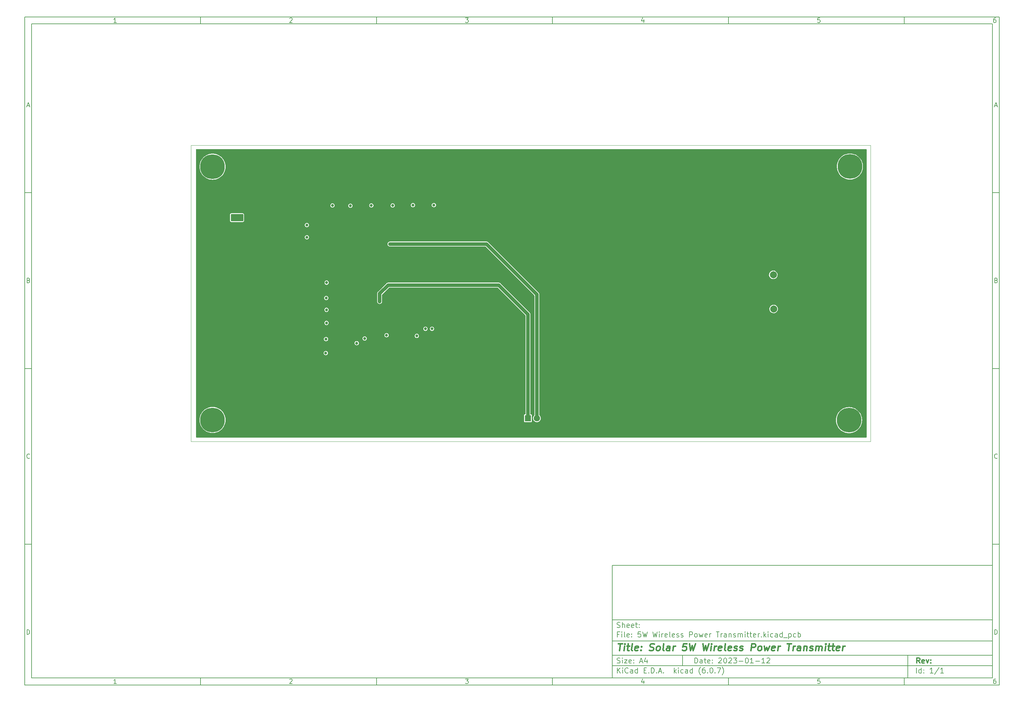
<source format=gbr>
%TF.GenerationSoftware,KiCad,Pcbnew,(6.0.7)*%
%TF.CreationDate,2023-01-12T19:17:07+03:00*%
%TF.ProjectId,5W Wireless Power Transmitter,35572057-6972-4656-9c65-737320506f77,rev?*%
%TF.SameCoordinates,Original*%
%TF.FileFunction,Copper,L4,Bot*%
%TF.FilePolarity,Positive*%
%FSLAX46Y46*%
G04 Gerber Fmt 4.6, Leading zero omitted, Abs format (unit mm)*
G04 Created by KiCad (PCBNEW (6.0.7)) date 2023-01-12 19:17:07*
%MOMM*%
%LPD*%
G01*
G04 APERTURE LIST*
G04 Aperture macros list*
%AMRoundRect*
0 Rectangle with rounded corners*
0 $1 Rounding radius*
0 $2 $3 $4 $5 $6 $7 $8 $9 X,Y pos of 4 corners*
0 Add a 4 corners polygon primitive as box body*
4,1,4,$2,$3,$4,$5,$6,$7,$8,$9,$2,$3,0*
0 Add four circle primitives for the rounded corners*
1,1,$1+$1,$2,$3*
1,1,$1+$1,$4,$5*
1,1,$1+$1,$6,$7*
1,1,$1+$1,$8,$9*
0 Add four rect primitives between the rounded corners*
20,1,$1+$1,$2,$3,$4,$5,0*
20,1,$1+$1,$4,$5,$6,$7,0*
20,1,$1+$1,$6,$7,$8,$9,0*
20,1,$1+$1,$8,$9,$2,$3,0*%
G04 Aperture macros list end*
%ADD10C,0.100000*%
%ADD11C,0.150000*%
%ADD12C,0.300000*%
%ADD13C,0.400000*%
%TA.AperFunction,Profile*%
%ADD14C,0.100000*%
%TD*%
%TA.AperFunction,ComponentPad*%
%ADD15C,0.800000*%
%TD*%
%TA.AperFunction,ComponentPad*%
%ADD16C,7.000000*%
%TD*%
%TA.AperFunction,ComponentPad*%
%ADD17R,1.800000X1.800000*%
%TD*%
%TA.AperFunction,ComponentPad*%
%ADD18C,1.800000*%
%TD*%
%TA.AperFunction,ComponentPad*%
%ADD19C,0.500000*%
%TD*%
%TA.AperFunction,SMDPad,CuDef*%
%ADD20R,2.650000X3.650000*%
%TD*%
%TA.AperFunction,ComponentPad*%
%ADD21C,2.000000*%
%TD*%
%TA.AperFunction,ComponentPad*%
%ADD22RoundRect,0.250001X-1.549999X0.799999X-1.549999X-0.799999X1.549999X-0.799999X1.549999X0.799999X0*%
%TD*%
%TA.AperFunction,ComponentPad*%
%ADD23O,3.600000X2.100000*%
%TD*%
%TA.AperFunction,ViaPad*%
%ADD24C,0.800000*%
%TD*%
%TA.AperFunction,Conductor*%
%ADD25C,1.000000*%
%TD*%
G04 APERTURE END LIST*
D10*
D11*
X177002200Y-166007200D02*
X177002200Y-198007200D01*
X285002200Y-198007200D01*
X285002200Y-166007200D01*
X177002200Y-166007200D01*
D10*
D11*
X10000000Y-10000000D02*
X10000000Y-200007200D01*
X287002200Y-200007200D01*
X287002200Y-10000000D01*
X10000000Y-10000000D01*
D10*
D11*
X12000000Y-12000000D02*
X12000000Y-198007200D01*
X285002200Y-198007200D01*
X285002200Y-12000000D01*
X12000000Y-12000000D01*
D10*
D11*
X60000000Y-12000000D02*
X60000000Y-10000000D01*
D10*
D11*
X110000000Y-12000000D02*
X110000000Y-10000000D01*
D10*
D11*
X160000000Y-12000000D02*
X160000000Y-10000000D01*
D10*
D11*
X210000000Y-12000000D02*
X210000000Y-10000000D01*
D10*
D11*
X260000000Y-12000000D02*
X260000000Y-10000000D01*
D10*
D11*
X36065476Y-11588095D02*
X35322619Y-11588095D01*
X35694047Y-11588095D02*
X35694047Y-10288095D01*
X35570238Y-10473809D01*
X35446428Y-10597619D01*
X35322619Y-10659523D01*
D10*
D11*
X85322619Y-10411904D02*
X85384523Y-10350000D01*
X85508333Y-10288095D01*
X85817857Y-10288095D01*
X85941666Y-10350000D01*
X86003571Y-10411904D01*
X86065476Y-10535714D01*
X86065476Y-10659523D01*
X86003571Y-10845238D01*
X85260714Y-11588095D01*
X86065476Y-11588095D01*
D10*
D11*
X135260714Y-10288095D02*
X136065476Y-10288095D01*
X135632142Y-10783333D01*
X135817857Y-10783333D01*
X135941666Y-10845238D01*
X136003571Y-10907142D01*
X136065476Y-11030952D01*
X136065476Y-11340476D01*
X136003571Y-11464285D01*
X135941666Y-11526190D01*
X135817857Y-11588095D01*
X135446428Y-11588095D01*
X135322619Y-11526190D01*
X135260714Y-11464285D01*
D10*
D11*
X185941666Y-10721428D02*
X185941666Y-11588095D01*
X185632142Y-10226190D02*
X185322619Y-11154761D01*
X186127380Y-11154761D01*
D10*
D11*
X236003571Y-10288095D02*
X235384523Y-10288095D01*
X235322619Y-10907142D01*
X235384523Y-10845238D01*
X235508333Y-10783333D01*
X235817857Y-10783333D01*
X235941666Y-10845238D01*
X236003571Y-10907142D01*
X236065476Y-11030952D01*
X236065476Y-11340476D01*
X236003571Y-11464285D01*
X235941666Y-11526190D01*
X235817857Y-11588095D01*
X235508333Y-11588095D01*
X235384523Y-11526190D01*
X235322619Y-11464285D01*
D10*
D11*
X285941666Y-10288095D02*
X285694047Y-10288095D01*
X285570238Y-10350000D01*
X285508333Y-10411904D01*
X285384523Y-10597619D01*
X285322619Y-10845238D01*
X285322619Y-11340476D01*
X285384523Y-11464285D01*
X285446428Y-11526190D01*
X285570238Y-11588095D01*
X285817857Y-11588095D01*
X285941666Y-11526190D01*
X286003571Y-11464285D01*
X286065476Y-11340476D01*
X286065476Y-11030952D01*
X286003571Y-10907142D01*
X285941666Y-10845238D01*
X285817857Y-10783333D01*
X285570238Y-10783333D01*
X285446428Y-10845238D01*
X285384523Y-10907142D01*
X285322619Y-11030952D01*
D10*
D11*
X60000000Y-198007200D02*
X60000000Y-200007200D01*
D10*
D11*
X110000000Y-198007200D02*
X110000000Y-200007200D01*
D10*
D11*
X160000000Y-198007200D02*
X160000000Y-200007200D01*
D10*
D11*
X210000000Y-198007200D02*
X210000000Y-200007200D01*
D10*
D11*
X260000000Y-198007200D02*
X260000000Y-200007200D01*
D10*
D11*
X36065476Y-199595295D02*
X35322619Y-199595295D01*
X35694047Y-199595295D02*
X35694047Y-198295295D01*
X35570238Y-198481009D01*
X35446428Y-198604819D01*
X35322619Y-198666723D01*
D10*
D11*
X85322619Y-198419104D02*
X85384523Y-198357200D01*
X85508333Y-198295295D01*
X85817857Y-198295295D01*
X85941666Y-198357200D01*
X86003571Y-198419104D01*
X86065476Y-198542914D01*
X86065476Y-198666723D01*
X86003571Y-198852438D01*
X85260714Y-199595295D01*
X86065476Y-199595295D01*
D10*
D11*
X135260714Y-198295295D02*
X136065476Y-198295295D01*
X135632142Y-198790533D01*
X135817857Y-198790533D01*
X135941666Y-198852438D01*
X136003571Y-198914342D01*
X136065476Y-199038152D01*
X136065476Y-199347676D01*
X136003571Y-199471485D01*
X135941666Y-199533390D01*
X135817857Y-199595295D01*
X135446428Y-199595295D01*
X135322619Y-199533390D01*
X135260714Y-199471485D01*
D10*
D11*
X185941666Y-198728628D02*
X185941666Y-199595295D01*
X185632142Y-198233390D02*
X185322619Y-199161961D01*
X186127380Y-199161961D01*
D10*
D11*
X236003571Y-198295295D02*
X235384523Y-198295295D01*
X235322619Y-198914342D01*
X235384523Y-198852438D01*
X235508333Y-198790533D01*
X235817857Y-198790533D01*
X235941666Y-198852438D01*
X236003571Y-198914342D01*
X236065476Y-199038152D01*
X236065476Y-199347676D01*
X236003571Y-199471485D01*
X235941666Y-199533390D01*
X235817857Y-199595295D01*
X235508333Y-199595295D01*
X235384523Y-199533390D01*
X235322619Y-199471485D01*
D10*
D11*
X285941666Y-198295295D02*
X285694047Y-198295295D01*
X285570238Y-198357200D01*
X285508333Y-198419104D01*
X285384523Y-198604819D01*
X285322619Y-198852438D01*
X285322619Y-199347676D01*
X285384523Y-199471485D01*
X285446428Y-199533390D01*
X285570238Y-199595295D01*
X285817857Y-199595295D01*
X285941666Y-199533390D01*
X286003571Y-199471485D01*
X286065476Y-199347676D01*
X286065476Y-199038152D01*
X286003571Y-198914342D01*
X285941666Y-198852438D01*
X285817857Y-198790533D01*
X285570238Y-198790533D01*
X285446428Y-198852438D01*
X285384523Y-198914342D01*
X285322619Y-199038152D01*
D10*
D11*
X10000000Y-60000000D02*
X12000000Y-60000000D01*
D10*
D11*
X10000000Y-110000000D02*
X12000000Y-110000000D01*
D10*
D11*
X10000000Y-160000000D02*
X12000000Y-160000000D01*
D10*
D11*
X10690476Y-35216666D02*
X11309523Y-35216666D01*
X10566666Y-35588095D02*
X11000000Y-34288095D01*
X11433333Y-35588095D01*
D10*
D11*
X11092857Y-84907142D02*
X11278571Y-84969047D01*
X11340476Y-85030952D01*
X11402380Y-85154761D01*
X11402380Y-85340476D01*
X11340476Y-85464285D01*
X11278571Y-85526190D01*
X11154761Y-85588095D01*
X10659523Y-85588095D01*
X10659523Y-84288095D01*
X11092857Y-84288095D01*
X11216666Y-84350000D01*
X11278571Y-84411904D01*
X11340476Y-84535714D01*
X11340476Y-84659523D01*
X11278571Y-84783333D01*
X11216666Y-84845238D01*
X11092857Y-84907142D01*
X10659523Y-84907142D01*
D10*
D11*
X11402380Y-135464285D02*
X11340476Y-135526190D01*
X11154761Y-135588095D01*
X11030952Y-135588095D01*
X10845238Y-135526190D01*
X10721428Y-135402380D01*
X10659523Y-135278571D01*
X10597619Y-135030952D01*
X10597619Y-134845238D01*
X10659523Y-134597619D01*
X10721428Y-134473809D01*
X10845238Y-134350000D01*
X11030952Y-134288095D01*
X11154761Y-134288095D01*
X11340476Y-134350000D01*
X11402380Y-134411904D01*
D10*
D11*
X10659523Y-185588095D02*
X10659523Y-184288095D01*
X10969047Y-184288095D01*
X11154761Y-184350000D01*
X11278571Y-184473809D01*
X11340476Y-184597619D01*
X11402380Y-184845238D01*
X11402380Y-185030952D01*
X11340476Y-185278571D01*
X11278571Y-185402380D01*
X11154761Y-185526190D01*
X10969047Y-185588095D01*
X10659523Y-185588095D01*
D10*
D11*
X287002200Y-60000000D02*
X285002200Y-60000000D01*
D10*
D11*
X287002200Y-110000000D02*
X285002200Y-110000000D01*
D10*
D11*
X287002200Y-160000000D02*
X285002200Y-160000000D01*
D10*
D11*
X285692676Y-35216666D02*
X286311723Y-35216666D01*
X285568866Y-35588095D02*
X286002200Y-34288095D01*
X286435533Y-35588095D01*
D10*
D11*
X286095057Y-84907142D02*
X286280771Y-84969047D01*
X286342676Y-85030952D01*
X286404580Y-85154761D01*
X286404580Y-85340476D01*
X286342676Y-85464285D01*
X286280771Y-85526190D01*
X286156961Y-85588095D01*
X285661723Y-85588095D01*
X285661723Y-84288095D01*
X286095057Y-84288095D01*
X286218866Y-84350000D01*
X286280771Y-84411904D01*
X286342676Y-84535714D01*
X286342676Y-84659523D01*
X286280771Y-84783333D01*
X286218866Y-84845238D01*
X286095057Y-84907142D01*
X285661723Y-84907142D01*
D10*
D11*
X286404580Y-135464285D02*
X286342676Y-135526190D01*
X286156961Y-135588095D01*
X286033152Y-135588095D01*
X285847438Y-135526190D01*
X285723628Y-135402380D01*
X285661723Y-135278571D01*
X285599819Y-135030952D01*
X285599819Y-134845238D01*
X285661723Y-134597619D01*
X285723628Y-134473809D01*
X285847438Y-134350000D01*
X286033152Y-134288095D01*
X286156961Y-134288095D01*
X286342676Y-134350000D01*
X286404580Y-134411904D01*
D10*
D11*
X285661723Y-185588095D02*
X285661723Y-184288095D01*
X285971247Y-184288095D01*
X286156961Y-184350000D01*
X286280771Y-184473809D01*
X286342676Y-184597619D01*
X286404580Y-184845238D01*
X286404580Y-185030952D01*
X286342676Y-185278571D01*
X286280771Y-185402380D01*
X286156961Y-185526190D01*
X285971247Y-185588095D01*
X285661723Y-185588095D01*
D10*
D11*
X200434342Y-193785771D02*
X200434342Y-192285771D01*
X200791485Y-192285771D01*
X201005771Y-192357200D01*
X201148628Y-192500057D01*
X201220057Y-192642914D01*
X201291485Y-192928628D01*
X201291485Y-193142914D01*
X201220057Y-193428628D01*
X201148628Y-193571485D01*
X201005771Y-193714342D01*
X200791485Y-193785771D01*
X200434342Y-193785771D01*
X202577200Y-193785771D02*
X202577200Y-193000057D01*
X202505771Y-192857200D01*
X202362914Y-192785771D01*
X202077200Y-192785771D01*
X201934342Y-192857200D01*
X202577200Y-193714342D02*
X202434342Y-193785771D01*
X202077200Y-193785771D01*
X201934342Y-193714342D01*
X201862914Y-193571485D01*
X201862914Y-193428628D01*
X201934342Y-193285771D01*
X202077200Y-193214342D01*
X202434342Y-193214342D01*
X202577200Y-193142914D01*
X203077200Y-192785771D02*
X203648628Y-192785771D01*
X203291485Y-192285771D02*
X203291485Y-193571485D01*
X203362914Y-193714342D01*
X203505771Y-193785771D01*
X203648628Y-193785771D01*
X204720057Y-193714342D02*
X204577200Y-193785771D01*
X204291485Y-193785771D01*
X204148628Y-193714342D01*
X204077200Y-193571485D01*
X204077200Y-193000057D01*
X204148628Y-192857200D01*
X204291485Y-192785771D01*
X204577200Y-192785771D01*
X204720057Y-192857200D01*
X204791485Y-193000057D01*
X204791485Y-193142914D01*
X204077200Y-193285771D01*
X205434342Y-193642914D02*
X205505771Y-193714342D01*
X205434342Y-193785771D01*
X205362914Y-193714342D01*
X205434342Y-193642914D01*
X205434342Y-193785771D01*
X205434342Y-192857200D02*
X205505771Y-192928628D01*
X205434342Y-193000057D01*
X205362914Y-192928628D01*
X205434342Y-192857200D01*
X205434342Y-193000057D01*
X207220057Y-192428628D02*
X207291485Y-192357200D01*
X207434342Y-192285771D01*
X207791485Y-192285771D01*
X207934342Y-192357200D01*
X208005771Y-192428628D01*
X208077200Y-192571485D01*
X208077200Y-192714342D01*
X208005771Y-192928628D01*
X207148628Y-193785771D01*
X208077200Y-193785771D01*
X209005771Y-192285771D02*
X209148628Y-192285771D01*
X209291485Y-192357200D01*
X209362914Y-192428628D01*
X209434342Y-192571485D01*
X209505771Y-192857200D01*
X209505771Y-193214342D01*
X209434342Y-193500057D01*
X209362914Y-193642914D01*
X209291485Y-193714342D01*
X209148628Y-193785771D01*
X209005771Y-193785771D01*
X208862914Y-193714342D01*
X208791485Y-193642914D01*
X208720057Y-193500057D01*
X208648628Y-193214342D01*
X208648628Y-192857200D01*
X208720057Y-192571485D01*
X208791485Y-192428628D01*
X208862914Y-192357200D01*
X209005771Y-192285771D01*
X210077200Y-192428628D02*
X210148628Y-192357200D01*
X210291485Y-192285771D01*
X210648628Y-192285771D01*
X210791485Y-192357200D01*
X210862914Y-192428628D01*
X210934342Y-192571485D01*
X210934342Y-192714342D01*
X210862914Y-192928628D01*
X210005771Y-193785771D01*
X210934342Y-193785771D01*
X211434342Y-192285771D02*
X212362914Y-192285771D01*
X211862914Y-192857200D01*
X212077200Y-192857200D01*
X212220057Y-192928628D01*
X212291485Y-193000057D01*
X212362914Y-193142914D01*
X212362914Y-193500057D01*
X212291485Y-193642914D01*
X212220057Y-193714342D01*
X212077200Y-193785771D01*
X211648628Y-193785771D01*
X211505771Y-193714342D01*
X211434342Y-193642914D01*
X213005771Y-193214342D02*
X214148628Y-193214342D01*
X215148628Y-192285771D02*
X215291485Y-192285771D01*
X215434342Y-192357200D01*
X215505771Y-192428628D01*
X215577200Y-192571485D01*
X215648628Y-192857200D01*
X215648628Y-193214342D01*
X215577200Y-193500057D01*
X215505771Y-193642914D01*
X215434342Y-193714342D01*
X215291485Y-193785771D01*
X215148628Y-193785771D01*
X215005771Y-193714342D01*
X214934342Y-193642914D01*
X214862914Y-193500057D01*
X214791485Y-193214342D01*
X214791485Y-192857200D01*
X214862914Y-192571485D01*
X214934342Y-192428628D01*
X215005771Y-192357200D01*
X215148628Y-192285771D01*
X217077200Y-193785771D02*
X216220057Y-193785771D01*
X216648628Y-193785771D02*
X216648628Y-192285771D01*
X216505771Y-192500057D01*
X216362914Y-192642914D01*
X216220057Y-192714342D01*
X217720057Y-193214342D02*
X218862914Y-193214342D01*
X220362914Y-193785771D02*
X219505771Y-193785771D01*
X219934342Y-193785771D02*
X219934342Y-192285771D01*
X219791485Y-192500057D01*
X219648628Y-192642914D01*
X219505771Y-192714342D01*
X220934342Y-192428628D02*
X221005771Y-192357200D01*
X221148628Y-192285771D01*
X221505771Y-192285771D01*
X221648628Y-192357200D01*
X221720057Y-192428628D01*
X221791485Y-192571485D01*
X221791485Y-192714342D01*
X221720057Y-192928628D01*
X220862914Y-193785771D01*
X221791485Y-193785771D01*
D10*
D11*
X177002200Y-194507200D02*
X285002200Y-194507200D01*
D10*
D11*
X178434342Y-196585771D02*
X178434342Y-195085771D01*
X179291485Y-196585771D02*
X178648628Y-195728628D01*
X179291485Y-195085771D02*
X178434342Y-195942914D01*
X179934342Y-196585771D02*
X179934342Y-195585771D01*
X179934342Y-195085771D02*
X179862914Y-195157200D01*
X179934342Y-195228628D01*
X180005771Y-195157200D01*
X179934342Y-195085771D01*
X179934342Y-195228628D01*
X181505771Y-196442914D02*
X181434342Y-196514342D01*
X181220057Y-196585771D01*
X181077200Y-196585771D01*
X180862914Y-196514342D01*
X180720057Y-196371485D01*
X180648628Y-196228628D01*
X180577200Y-195942914D01*
X180577200Y-195728628D01*
X180648628Y-195442914D01*
X180720057Y-195300057D01*
X180862914Y-195157200D01*
X181077200Y-195085771D01*
X181220057Y-195085771D01*
X181434342Y-195157200D01*
X181505771Y-195228628D01*
X182791485Y-196585771D02*
X182791485Y-195800057D01*
X182720057Y-195657200D01*
X182577200Y-195585771D01*
X182291485Y-195585771D01*
X182148628Y-195657200D01*
X182791485Y-196514342D02*
X182648628Y-196585771D01*
X182291485Y-196585771D01*
X182148628Y-196514342D01*
X182077200Y-196371485D01*
X182077200Y-196228628D01*
X182148628Y-196085771D01*
X182291485Y-196014342D01*
X182648628Y-196014342D01*
X182791485Y-195942914D01*
X184148628Y-196585771D02*
X184148628Y-195085771D01*
X184148628Y-196514342D02*
X184005771Y-196585771D01*
X183720057Y-196585771D01*
X183577200Y-196514342D01*
X183505771Y-196442914D01*
X183434342Y-196300057D01*
X183434342Y-195871485D01*
X183505771Y-195728628D01*
X183577200Y-195657200D01*
X183720057Y-195585771D01*
X184005771Y-195585771D01*
X184148628Y-195657200D01*
X186005771Y-195800057D02*
X186505771Y-195800057D01*
X186720057Y-196585771D02*
X186005771Y-196585771D01*
X186005771Y-195085771D01*
X186720057Y-195085771D01*
X187362914Y-196442914D02*
X187434342Y-196514342D01*
X187362914Y-196585771D01*
X187291485Y-196514342D01*
X187362914Y-196442914D01*
X187362914Y-196585771D01*
X188077200Y-196585771D02*
X188077200Y-195085771D01*
X188434342Y-195085771D01*
X188648628Y-195157200D01*
X188791485Y-195300057D01*
X188862914Y-195442914D01*
X188934342Y-195728628D01*
X188934342Y-195942914D01*
X188862914Y-196228628D01*
X188791485Y-196371485D01*
X188648628Y-196514342D01*
X188434342Y-196585771D01*
X188077200Y-196585771D01*
X189577200Y-196442914D02*
X189648628Y-196514342D01*
X189577200Y-196585771D01*
X189505771Y-196514342D01*
X189577200Y-196442914D01*
X189577200Y-196585771D01*
X190220057Y-196157200D02*
X190934342Y-196157200D01*
X190077200Y-196585771D02*
X190577200Y-195085771D01*
X191077200Y-196585771D01*
X191577200Y-196442914D02*
X191648628Y-196514342D01*
X191577200Y-196585771D01*
X191505771Y-196514342D01*
X191577200Y-196442914D01*
X191577200Y-196585771D01*
X194577200Y-196585771D02*
X194577200Y-195085771D01*
X194720057Y-196014342D02*
X195148628Y-196585771D01*
X195148628Y-195585771D02*
X194577200Y-196157200D01*
X195791485Y-196585771D02*
X195791485Y-195585771D01*
X195791485Y-195085771D02*
X195720057Y-195157200D01*
X195791485Y-195228628D01*
X195862914Y-195157200D01*
X195791485Y-195085771D01*
X195791485Y-195228628D01*
X197148628Y-196514342D02*
X197005771Y-196585771D01*
X196720057Y-196585771D01*
X196577200Y-196514342D01*
X196505771Y-196442914D01*
X196434342Y-196300057D01*
X196434342Y-195871485D01*
X196505771Y-195728628D01*
X196577200Y-195657200D01*
X196720057Y-195585771D01*
X197005771Y-195585771D01*
X197148628Y-195657200D01*
X198434342Y-196585771D02*
X198434342Y-195800057D01*
X198362914Y-195657200D01*
X198220057Y-195585771D01*
X197934342Y-195585771D01*
X197791485Y-195657200D01*
X198434342Y-196514342D02*
X198291485Y-196585771D01*
X197934342Y-196585771D01*
X197791485Y-196514342D01*
X197720057Y-196371485D01*
X197720057Y-196228628D01*
X197791485Y-196085771D01*
X197934342Y-196014342D01*
X198291485Y-196014342D01*
X198434342Y-195942914D01*
X199791485Y-196585771D02*
X199791485Y-195085771D01*
X199791485Y-196514342D02*
X199648628Y-196585771D01*
X199362914Y-196585771D01*
X199220057Y-196514342D01*
X199148628Y-196442914D01*
X199077200Y-196300057D01*
X199077200Y-195871485D01*
X199148628Y-195728628D01*
X199220057Y-195657200D01*
X199362914Y-195585771D01*
X199648628Y-195585771D01*
X199791485Y-195657200D01*
X202077200Y-197157200D02*
X202005771Y-197085771D01*
X201862914Y-196871485D01*
X201791485Y-196728628D01*
X201720057Y-196514342D01*
X201648628Y-196157200D01*
X201648628Y-195871485D01*
X201720057Y-195514342D01*
X201791485Y-195300057D01*
X201862914Y-195157200D01*
X202005771Y-194942914D01*
X202077200Y-194871485D01*
X203291485Y-195085771D02*
X203005771Y-195085771D01*
X202862914Y-195157200D01*
X202791485Y-195228628D01*
X202648628Y-195442914D01*
X202577200Y-195728628D01*
X202577200Y-196300057D01*
X202648628Y-196442914D01*
X202720057Y-196514342D01*
X202862914Y-196585771D01*
X203148628Y-196585771D01*
X203291485Y-196514342D01*
X203362914Y-196442914D01*
X203434342Y-196300057D01*
X203434342Y-195942914D01*
X203362914Y-195800057D01*
X203291485Y-195728628D01*
X203148628Y-195657200D01*
X202862914Y-195657200D01*
X202720057Y-195728628D01*
X202648628Y-195800057D01*
X202577200Y-195942914D01*
X204077200Y-196442914D02*
X204148628Y-196514342D01*
X204077200Y-196585771D01*
X204005771Y-196514342D01*
X204077200Y-196442914D01*
X204077200Y-196585771D01*
X205077200Y-195085771D02*
X205220057Y-195085771D01*
X205362914Y-195157200D01*
X205434342Y-195228628D01*
X205505771Y-195371485D01*
X205577200Y-195657200D01*
X205577200Y-196014342D01*
X205505771Y-196300057D01*
X205434342Y-196442914D01*
X205362914Y-196514342D01*
X205220057Y-196585771D01*
X205077200Y-196585771D01*
X204934342Y-196514342D01*
X204862914Y-196442914D01*
X204791485Y-196300057D01*
X204720057Y-196014342D01*
X204720057Y-195657200D01*
X204791485Y-195371485D01*
X204862914Y-195228628D01*
X204934342Y-195157200D01*
X205077200Y-195085771D01*
X206220057Y-196442914D02*
X206291485Y-196514342D01*
X206220057Y-196585771D01*
X206148628Y-196514342D01*
X206220057Y-196442914D01*
X206220057Y-196585771D01*
X206791485Y-195085771D02*
X207791485Y-195085771D01*
X207148628Y-196585771D01*
X208220057Y-197157200D02*
X208291485Y-197085771D01*
X208434342Y-196871485D01*
X208505771Y-196728628D01*
X208577200Y-196514342D01*
X208648628Y-196157200D01*
X208648628Y-195871485D01*
X208577200Y-195514342D01*
X208505771Y-195300057D01*
X208434342Y-195157200D01*
X208291485Y-194942914D01*
X208220057Y-194871485D01*
D10*
D11*
X177002200Y-191507200D02*
X285002200Y-191507200D01*
D10*
D12*
X264411485Y-193785771D02*
X263911485Y-193071485D01*
X263554342Y-193785771D02*
X263554342Y-192285771D01*
X264125771Y-192285771D01*
X264268628Y-192357200D01*
X264340057Y-192428628D01*
X264411485Y-192571485D01*
X264411485Y-192785771D01*
X264340057Y-192928628D01*
X264268628Y-193000057D01*
X264125771Y-193071485D01*
X263554342Y-193071485D01*
X265625771Y-193714342D02*
X265482914Y-193785771D01*
X265197200Y-193785771D01*
X265054342Y-193714342D01*
X264982914Y-193571485D01*
X264982914Y-193000057D01*
X265054342Y-192857200D01*
X265197200Y-192785771D01*
X265482914Y-192785771D01*
X265625771Y-192857200D01*
X265697200Y-193000057D01*
X265697200Y-193142914D01*
X264982914Y-193285771D01*
X266197200Y-192785771D02*
X266554342Y-193785771D01*
X266911485Y-192785771D01*
X267482914Y-193642914D02*
X267554342Y-193714342D01*
X267482914Y-193785771D01*
X267411485Y-193714342D01*
X267482914Y-193642914D01*
X267482914Y-193785771D01*
X267482914Y-192857200D02*
X267554342Y-192928628D01*
X267482914Y-193000057D01*
X267411485Y-192928628D01*
X267482914Y-192857200D01*
X267482914Y-193000057D01*
D10*
D11*
X178362914Y-193714342D02*
X178577200Y-193785771D01*
X178934342Y-193785771D01*
X179077200Y-193714342D01*
X179148628Y-193642914D01*
X179220057Y-193500057D01*
X179220057Y-193357200D01*
X179148628Y-193214342D01*
X179077200Y-193142914D01*
X178934342Y-193071485D01*
X178648628Y-193000057D01*
X178505771Y-192928628D01*
X178434342Y-192857200D01*
X178362914Y-192714342D01*
X178362914Y-192571485D01*
X178434342Y-192428628D01*
X178505771Y-192357200D01*
X178648628Y-192285771D01*
X179005771Y-192285771D01*
X179220057Y-192357200D01*
X179862914Y-193785771D02*
X179862914Y-192785771D01*
X179862914Y-192285771D02*
X179791485Y-192357200D01*
X179862914Y-192428628D01*
X179934342Y-192357200D01*
X179862914Y-192285771D01*
X179862914Y-192428628D01*
X180434342Y-192785771D02*
X181220057Y-192785771D01*
X180434342Y-193785771D01*
X181220057Y-193785771D01*
X182362914Y-193714342D02*
X182220057Y-193785771D01*
X181934342Y-193785771D01*
X181791485Y-193714342D01*
X181720057Y-193571485D01*
X181720057Y-193000057D01*
X181791485Y-192857200D01*
X181934342Y-192785771D01*
X182220057Y-192785771D01*
X182362914Y-192857200D01*
X182434342Y-193000057D01*
X182434342Y-193142914D01*
X181720057Y-193285771D01*
X183077200Y-193642914D02*
X183148628Y-193714342D01*
X183077200Y-193785771D01*
X183005771Y-193714342D01*
X183077200Y-193642914D01*
X183077200Y-193785771D01*
X183077200Y-192857200D02*
X183148628Y-192928628D01*
X183077200Y-193000057D01*
X183005771Y-192928628D01*
X183077200Y-192857200D01*
X183077200Y-193000057D01*
X184862914Y-193357200D02*
X185577200Y-193357200D01*
X184720057Y-193785771D02*
X185220057Y-192285771D01*
X185720057Y-193785771D01*
X186862914Y-192785771D02*
X186862914Y-193785771D01*
X186505771Y-192214342D02*
X186148628Y-193285771D01*
X187077200Y-193285771D01*
D10*
D11*
X263434342Y-196585771D02*
X263434342Y-195085771D01*
X264791485Y-196585771D02*
X264791485Y-195085771D01*
X264791485Y-196514342D02*
X264648628Y-196585771D01*
X264362914Y-196585771D01*
X264220057Y-196514342D01*
X264148628Y-196442914D01*
X264077200Y-196300057D01*
X264077200Y-195871485D01*
X264148628Y-195728628D01*
X264220057Y-195657200D01*
X264362914Y-195585771D01*
X264648628Y-195585771D01*
X264791485Y-195657200D01*
X265505771Y-196442914D02*
X265577200Y-196514342D01*
X265505771Y-196585771D01*
X265434342Y-196514342D01*
X265505771Y-196442914D01*
X265505771Y-196585771D01*
X265505771Y-195657200D02*
X265577200Y-195728628D01*
X265505771Y-195800057D01*
X265434342Y-195728628D01*
X265505771Y-195657200D01*
X265505771Y-195800057D01*
X268148628Y-196585771D02*
X267291485Y-196585771D01*
X267720057Y-196585771D02*
X267720057Y-195085771D01*
X267577200Y-195300057D01*
X267434342Y-195442914D01*
X267291485Y-195514342D01*
X269862914Y-195014342D02*
X268577200Y-196942914D01*
X271148628Y-196585771D02*
X270291485Y-196585771D01*
X270720057Y-196585771D02*
X270720057Y-195085771D01*
X270577200Y-195300057D01*
X270434342Y-195442914D01*
X270291485Y-195514342D01*
D10*
D11*
X177002200Y-187507200D02*
X285002200Y-187507200D01*
D10*
D13*
X178714580Y-188211961D02*
X179857438Y-188211961D01*
X179036009Y-190211961D02*
X179286009Y-188211961D01*
X180274104Y-190211961D02*
X180440771Y-188878628D01*
X180524104Y-188211961D02*
X180416961Y-188307200D01*
X180500295Y-188402438D01*
X180607438Y-188307200D01*
X180524104Y-188211961D01*
X180500295Y-188402438D01*
X181107438Y-188878628D02*
X181869342Y-188878628D01*
X181476485Y-188211961D02*
X181262200Y-189926247D01*
X181333628Y-190116723D01*
X181512200Y-190211961D01*
X181702676Y-190211961D01*
X182655057Y-190211961D02*
X182476485Y-190116723D01*
X182405057Y-189926247D01*
X182619342Y-188211961D01*
X184190771Y-190116723D02*
X183988390Y-190211961D01*
X183607438Y-190211961D01*
X183428866Y-190116723D01*
X183357438Y-189926247D01*
X183452676Y-189164342D01*
X183571723Y-188973866D01*
X183774104Y-188878628D01*
X184155057Y-188878628D01*
X184333628Y-188973866D01*
X184405057Y-189164342D01*
X184381247Y-189354819D01*
X183405057Y-189545295D01*
X185155057Y-190021485D02*
X185238390Y-190116723D01*
X185131247Y-190211961D01*
X185047914Y-190116723D01*
X185155057Y-190021485D01*
X185131247Y-190211961D01*
X185286009Y-188973866D02*
X185369342Y-189069104D01*
X185262200Y-189164342D01*
X185178866Y-189069104D01*
X185286009Y-188973866D01*
X185262200Y-189164342D01*
X187524104Y-190116723D02*
X187797914Y-190211961D01*
X188274104Y-190211961D01*
X188476485Y-190116723D01*
X188583628Y-190021485D01*
X188702676Y-189831009D01*
X188726485Y-189640533D01*
X188655057Y-189450057D01*
X188571723Y-189354819D01*
X188393152Y-189259580D01*
X188024104Y-189164342D01*
X187845533Y-189069104D01*
X187762200Y-188973866D01*
X187690771Y-188783390D01*
X187714580Y-188592914D01*
X187833628Y-188402438D01*
X187940771Y-188307200D01*
X188143152Y-188211961D01*
X188619342Y-188211961D01*
X188893152Y-188307200D01*
X189797914Y-190211961D02*
X189619342Y-190116723D01*
X189536009Y-190021485D01*
X189464580Y-189831009D01*
X189536009Y-189259580D01*
X189655057Y-189069104D01*
X189762200Y-188973866D01*
X189964580Y-188878628D01*
X190250295Y-188878628D01*
X190428866Y-188973866D01*
X190512200Y-189069104D01*
X190583628Y-189259580D01*
X190512200Y-189831009D01*
X190393152Y-190021485D01*
X190286009Y-190116723D01*
X190083628Y-190211961D01*
X189797914Y-190211961D01*
X191607438Y-190211961D02*
X191428866Y-190116723D01*
X191357438Y-189926247D01*
X191571723Y-188211961D01*
X193226485Y-190211961D02*
X193357438Y-189164342D01*
X193286009Y-188973866D01*
X193107438Y-188878628D01*
X192726485Y-188878628D01*
X192524104Y-188973866D01*
X193238390Y-190116723D02*
X193036009Y-190211961D01*
X192559819Y-190211961D01*
X192381247Y-190116723D01*
X192309819Y-189926247D01*
X192333628Y-189735771D01*
X192452676Y-189545295D01*
X192655057Y-189450057D01*
X193131247Y-189450057D01*
X193333628Y-189354819D01*
X194178866Y-190211961D02*
X194345533Y-188878628D01*
X194297914Y-189259580D02*
X194416961Y-189069104D01*
X194524104Y-188973866D01*
X194726485Y-188878628D01*
X194916961Y-188878628D01*
X198143152Y-188211961D02*
X197190771Y-188211961D01*
X196976485Y-189164342D01*
X197083628Y-189069104D01*
X197286009Y-188973866D01*
X197762200Y-188973866D01*
X197940771Y-189069104D01*
X198024104Y-189164342D01*
X198095533Y-189354819D01*
X198036009Y-189831009D01*
X197916961Y-190021485D01*
X197809819Y-190116723D01*
X197607438Y-190211961D01*
X197131247Y-190211961D01*
X196952676Y-190116723D01*
X196869342Y-190021485D01*
X198905057Y-188211961D02*
X199131247Y-190211961D01*
X199690771Y-188783390D01*
X199893152Y-190211961D01*
X200619342Y-188211961D01*
X202714580Y-188211961D02*
X202940771Y-190211961D01*
X203500295Y-188783390D01*
X203702676Y-190211961D01*
X204428866Y-188211961D01*
X204940771Y-190211961D02*
X205107438Y-188878628D01*
X205190771Y-188211961D02*
X205083628Y-188307200D01*
X205166961Y-188402438D01*
X205274104Y-188307200D01*
X205190771Y-188211961D01*
X205166961Y-188402438D01*
X205893152Y-190211961D02*
X206059819Y-188878628D01*
X206012200Y-189259580D02*
X206131247Y-189069104D01*
X206238390Y-188973866D01*
X206440771Y-188878628D01*
X206631247Y-188878628D01*
X207905057Y-190116723D02*
X207702676Y-190211961D01*
X207321723Y-190211961D01*
X207143152Y-190116723D01*
X207071723Y-189926247D01*
X207166961Y-189164342D01*
X207286009Y-188973866D01*
X207488390Y-188878628D01*
X207869342Y-188878628D01*
X208047914Y-188973866D01*
X208119342Y-189164342D01*
X208095533Y-189354819D01*
X207119342Y-189545295D01*
X209131247Y-190211961D02*
X208952676Y-190116723D01*
X208881247Y-189926247D01*
X209095533Y-188211961D01*
X210666961Y-190116723D02*
X210464580Y-190211961D01*
X210083628Y-190211961D01*
X209905057Y-190116723D01*
X209833628Y-189926247D01*
X209928866Y-189164342D01*
X210047914Y-188973866D01*
X210250295Y-188878628D01*
X210631247Y-188878628D01*
X210809819Y-188973866D01*
X210881247Y-189164342D01*
X210857438Y-189354819D01*
X209881247Y-189545295D01*
X211524104Y-190116723D02*
X211702676Y-190211961D01*
X212083628Y-190211961D01*
X212286009Y-190116723D01*
X212405057Y-189926247D01*
X212416961Y-189831009D01*
X212345533Y-189640533D01*
X212166961Y-189545295D01*
X211881247Y-189545295D01*
X211702676Y-189450057D01*
X211631247Y-189259580D01*
X211643152Y-189164342D01*
X211762200Y-188973866D01*
X211964580Y-188878628D01*
X212250295Y-188878628D01*
X212428866Y-188973866D01*
X213143152Y-190116723D02*
X213321723Y-190211961D01*
X213702676Y-190211961D01*
X213905057Y-190116723D01*
X214024104Y-189926247D01*
X214036009Y-189831009D01*
X213964580Y-189640533D01*
X213786009Y-189545295D01*
X213500295Y-189545295D01*
X213321723Y-189450057D01*
X213250295Y-189259580D01*
X213262200Y-189164342D01*
X213381247Y-188973866D01*
X213583628Y-188878628D01*
X213869342Y-188878628D01*
X214047914Y-188973866D01*
X216369342Y-190211961D02*
X216619342Y-188211961D01*
X217381247Y-188211961D01*
X217559819Y-188307200D01*
X217643152Y-188402438D01*
X217714580Y-188592914D01*
X217678866Y-188878628D01*
X217559819Y-189069104D01*
X217452676Y-189164342D01*
X217250295Y-189259580D01*
X216488390Y-189259580D01*
X218655057Y-190211961D02*
X218476485Y-190116723D01*
X218393152Y-190021485D01*
X218321723Y-189831009D01*
X218393152Y-189259580D01*
X218512200Y-189069104D01*
X218619342Y-188973866D01*
X218821723Y-188878628D01*
X219107438Y-188878628D01*
X219286009Y-188973866D01*
X219369342Y-189069104D01*
X219440771Y-189259580D01*
X219369342Y-189831009D01*
X219250295Y-190021485D01*
X219143152Y-190116723D01*
X218940771Y-190211961D01*
X218655057Y-190211961D01*
X220155057Y-188878628D02*
X220369342Y-190211961D01*
X220869342Y-189259580D01*
X221131247Y-190211961D01*
X221678866Y-188878628D01*
X223047914Y-190116723D02*
X222845533Y-190211961D01*
X222464580Y-190211961D01*
X222286009Y-190116723D01*
X222214580Y-189926247D01*
X222309819Y-189164342D01*
X222428866Y-188973866D01*
X222631247Y-188878628D01*
X223012200Y-188878628D01*
X223190771Y-188973866D01*
X223262200Y-189164342D01*
X223238390Y-189354819D01*
X222262200Y-189545295D01*
X223988390Y-190211961D02*
X224155057Y-188878628D01*
X224107438Y-189259580D02*
X224226485Y-189069104D01*
X224333628Y-188973866D01*
X224536009Y-188878628D01*
X224726485Y-188878628D01*
X226714580Y-188211961D02*
X227857438Y-188211961D01*
X227036009Y-190211961D02*
X227286009Y-188211961D01*
X228274104Y-190211961D02*
X228440771Y-188878628D01*
X228393152Y-189259580D02*
X228512200Y-189069104D01*
X228619342Y-188973866D01*
X228821723Y-188878628D01*
X229012200Y-188878628D01*
X230369342Y-190211961D02*
X230500295Y-189164342D01*
X230428866Y-188973866D01*
X230250295Y-188878628D01*
X229869342Y-188878628D01*
X229666961Y-188973866D01*
X230381247Y-190116723D02*
X230178866Y-190211961D01*
X229702676Y-190211961D01*
X229524104Y-190116723D01*
X229452676Y-189926247D01*
X229476485Y-189735771D01*
X229595533Y-189545295D01*
X229797914Y-189450057D01*
X230274104Y-189450057D01*
X230476485Y-189354819D01*
X231488390Y-188878628D02*
X231321723Y-190211961D01*
X231464580Y-189069104D02*
X231571723Y-188973866D01*
X231774104Y-188878628D01*
X232059819Y-188878628D01*
X232238390Y-188973866D01*
X232309819Y-189164342D01*
X232178866Y-190211961D01*
X233047914Y-190116723D02*
X233226485Y-190211961D01*
X233607438Y-190211961D01*
X233809819Y-190116723D01*
X233928866Y-189926247D01*
X233940771Y-189831009D01*
X233869342Y-189640533D01*
X233690771Y-189545295D01*
X233405057Y-189545295D01*
X233226485Y-189450057D01*
X233155057Y-189259580D01*
X233166961Y-189164342D01*
X233286009Y-188973866D01*
X233488390Y-188878628D01*
X233774104Y-188878628D01*
X233952676Y-188973866D01*
X234750295Y-190211961D02*
X234916961Y-188878628D01*
X234893152Y-189069104D02*
X235000295Y-188973866D01*
X235202676Y-188878628D01*
X235488390Y-188878628D01*
X235666961Y-188973866D01*
X235738390Y-189164342D01*
X235607438Y-190211961D01*
X235738390Y-189164342D02*
X235857438Y-188973866D01*
X236059819Y-188878628D01*
X236345533Y-188878628D01*
X236524104Y-188973866D01*
X236595533Y-189164342D01*
X236464580Y-190211961D01*
X237416961Y-190211961D02*
X237583628Y-188878628D01*
X237666961Y-188211961D02*
X237559819Y-188307200D01*
X237643152Y-188402438D01*
X237750295Y-188307200D01*
X237666961Y-188211961D01*
X237643152Y-188402438D01*
X238250295Y-188878628D02*
X239012200Y-188878628D01*
X238619342Y-188211961D02*
X238405057Y-189926247D01*
X238476485Y-190116723D01*
X238655057Y-190211961D01*
X238845533Y-190211961D01*
X239393152Y-188878628D02*
X240155057Y-188878628D01*
X239762200Y-188211961D02*
X239547914Y-189926247D01*
X239619342Y-190116723D01*
X239797914Y-190211961D01*
X239988390Y-190211961D01*
X241428866Y-190116723D02*
X241226485Y-190211961D01*
X240845533Y-190211961D01*
X240666961Y-190116723D01*
X240595533Y-189926247D01*
X240690771Y-189164342D01*
X240809819Y-188973866D01*
X241012199Y-188878628D01*
X241393152Y-188878628D01*
X241571723Y-188973866D01*
X241643152Y-189164342D01*
X241619342Y-189354819D01*
X240643152Y-189545295D01*
X242369342Y-190211961D02*
X242536009Y-188878628D01*
X242488390Y-189259580D02*
X242607438Y-189069104D01*
X242714580Y-188973866D01*
X242916961Y-188878628D01*
X243107438Y-188878628D01*
D10*
D11*
X178934342Y-185600057D02*
X178434342Y-185600057D01*
X178434342Y-186385771D02*
X178434342Y-184885771D01*
X179148628Y-184885771D01*
X179720057Y-186385771D02*
X179720057Y-185385771D01*
X179720057Y-184885771D02*
X179648628Y-184957200D01*
X179720057Y-185028628D01*
X179791485Y-184957200D01*
X179720057Y-184885771D01*
X179720057Y-185028628D01*
X180648628Y-186385771D02*
X180505771Y-186314342D01*
X180434342Y-186171485D01*
X180434342Y-184885771D01*
X181791485Y-186314342D02*
X181648628Y-186385771D01*
X181362914Y-186385771D01*
X181220057Y-186314342D01*
X181148628Y-186171485D01*
X181148628Y-185600057D01*
X181220057Y-185457200D01*
X181362914Y-185385771D01*
X181648628Y-185385771D01*
X181791485Y-185457200D01*
X181862914Y-185600057D01*
X181862914Y-185742914D01*
X181148628Y-185885771D01*
X182505771Y-186242914D02*
X182577200Y-186314342D01*
X182505771Y-186385771D01*
X182434342Y-186314342D01*
X182505771Y-186242914D01*
X182505771Y-186385771D01*
X182505771Y-185457200D02*
X182577200Y-185528628D01*
X182505771Y-185600057D01*
X182434342Y-185528628D01*
X182505771Y-185457200D01*
X182505771Y-185600057D01*
X185077200Y-184885771D02*
X184362914Y-184885771D01*
X184291485Y-185600057D01*
X184362914Y-185528628D01*
X184505771Y-185457200D01*
X184862914Y-185457200D01*
X185005771Y-185528628D01*
X185077200Y-185600057D01*
X185148628Y-185742914D01*
X185148628Y-186100057D01*
X185077200Y-186242914D01*
X185005771Y-186314342D01*
X184862914Y-186385771D01*
X184505771Y-186385771D01*
X184362914Y-186314342D01*
X184291485Y-186242914D01*
X185648628Y-184885771D02*
X186005771Y-186385771D01*
X186291485Y-185314342D01*
X186577200Y-186385771D01*
X186934342Y-184885771D01*
X188505771Y-184885771D02*
X188862914Y-186385771D01*
X189148628Y-185314342D01*
X189434342Y-186385771D01*
X189791485Y-184885771D01*
X190362914Y-186385771D02*
X190362914Y-185385771D01*
X190362914Y-184885771D02*
X190291485Y-184957200D01*
X190362914Y-185028628D01*
X190434342Y-184957200D01*
X190362914Y-184885771D01*
X190362914Y-185028628D01*
X191077200Y-186385771D02*
X191077200Y-185385771D01*
X191077200Y-185671485D02*
X191148628Y-185528628D01*
X191220057Y-185457200D01*
X191362914Y-185385771D01*
X191505771Y-185385771D01*
X192577200Y-186314342D02*
X192434342Y-186385771D01*
X192148628Y-186385771D01*
X192005771Y-186314342D01*
X191934342Y-186171485D01*
X191934342Y-185600057D01*
X192005771Y-185457200D01*
X192148628Y-185385771D01*
X192434342Y-185385771D01*
X192577200Y-185457200D01*
X192648628Y-185600057D01*
X192648628Y-185742914D01*
X191934342Y-185885771D01*
X193505771Y-186385771D02*
X193362914Y-186314342D01*
X193291485Y-186171485D01*
X193291485Y-184885771D01*
X194648628Y-186314342D02*
X194505771Y-186385771D01*
X194220057Y-186385771D01*
X194077200Y-186314342D01*
X194005771Y-186171485D01*
X194005771Y-185600057D01*
X194077200Y-185457200D01*
X194220057Y-185385771D01*
X194505771Y-185385771D01*
X194648628Y-185457200D01*
X194720057Y-185600057D01*
X194720057Y-185742914D01*
X194005771Y-185885771D01*
X195291485Y-186314342D02*
X195434342Y-186385771D01*
X195720057Y-186385771D01*
X195862914Y-186314342D01*
X195934342Y-186171485D01*
X195934342Y-186100057D01*
X195862914Y-185957200D01*
X195720057Y-185885771D01*
X195505771Y-185885771D01*
X195362914Y-185814342D01*
X195291485Y-185671485D01*
X195291485Y-185600057D01*
X195362914Y-185457200D01*
X195505771Y-185385771D01*
X195720057Y-185385771D01*
X195862914Y-185457200D01*
X196505771Y-186314342D02*
X196648628Y-186385771D01*
X196934342Y-186385771D01*
X197077200Y-186314342D01*
X197148628Y-186171485D01*
X197148628Y-186100057D01*
X197077200Y-185957200D01*
X196934342Y-185885771D01*
X196720057Y-185885771D01*
X196577200Y-185814342D01*
X196505771Y-185671485D01*
X196505771Y-185600057D01*
X196577200Y-185457200D01*
X196720057Y-185385771D01*
X196934342Y-185385771D01*
X197077200Y-185457200D01*
X198934342Y-186385771D02*
X198934342Y-184885771D01*
X199505771Y-184885771D01*
X199648628Y-184957200D01*
X199720057Y-185028628D01*
X199791485Y-185171485D01*
X199791485Y-185385771D01*
X199720057Y-185528628D01*
X199648628Y-185600057D01*
X199505771Y-185671485D01*
X198934342Y-185671485D01*
X200648628Y-186385771D02*
X200505771Y-186314342D01*
X200434342Y-186242914D01*
X200362914Y-186100057D01*
X200362914Y-185671485D01*
X200434342Y-185528628D01*
X200505771Y-185457200D01*
X200648628Y-185385771D01*
X200862914Y-185385771D01*
X201005771Y-185457200D01*
X201077200Y-185528628D01*
X201148628Y-185671485D01*
X201148628Y-186100057D01*
X201077200Y-186242914D01*
X201005771Y-186314342D01*
X200862914Y-186385771D01*
X200648628Y-186385771D01*
X201648628Y-185385771D02*
X201934342Y-186385771D01*
X202220057Y-185671485D01*
X202505771Y-186385771D01*
X202791485Y-185385771D01*
X203934342Y-186314342D02*
X203791485Y-186385771D01*
X203505771Y-186385771D01*
X203362914Y-186314342D01*
X203291485Y-186171485D01*
X203291485Y-185600057D01*
X203362914Y-185457200D01*
X203505771Y-185385771D01*
X203791485Y-185385771D01*
X203934342Y-185457200D01*
X204005771Y-185600057D01*
X204005771Y-185742914D01*
X203291485Y-185885771D01*
X204648628Y-186385771D02*
X204648628Y-185385771D01*
X204648628Y-185671485D02*
X204720057Y-185528628D01*
X204791485Y-185457200D01*
X204934342Y-185385771D01*
X205077200Y-185385771D01*
X206505771Y-184885771D02*
X207362914Y-184885771D01*
X206934342Y-186385771D02*
X206934342Y-184885771D01*
X207862914Y-186385771D02*
X207862914Y-185385771D01*
X207862914Y-185671485D02*
X207934342Y-185528628D01*
X208005771Y-185457200D01*
X208148628Y-185385771D01*
X208291485Y-185385771D01*
X209434342Y-186385771D02*
X209434342Y-185600057D01*
X209362914Y-185457200D01*
X209220057Y-185385771D01*
X208934342Y-185385771D01*
X208791485Y-185457200D01*
X209434342Y-186314342D02*
X209291485Y-186385771D01*
X208934342Y-186385771D01*
X208791485Y-186314342D01*
X208720057Y-186171485D01*
X208720057Y-186028628D01*
X208791485Y-185885771D01*
X208934342Y-185814342D01*
X209291485Y-185814342D01*
X209434342Y-185742914D01*
X210148628Y-185385771D02*
X210148628Y-186385771D01*
X210148628Y-185528628D02*
X210220057Y-185457200D01*
X210362914Y-185385771D01*
X210577200Y-185385771D01*
X210720057Y-185457200D01*
X210791485Y-185600057D01*
X210791485Y-186385771D01*
X211434342Y-186314342D02*
X211577200Y-186385771D01*
X211862914Y-186385771D01*
X212005771Y-186314342D01*
X212077200Y-186171485D01*
X212077200Y-186100057D01*
X212005771Y-185957200D01*
X211862914Y-185885771D01*
X211648628Y-185885771D01*
X211505771Y-185814342D01*
X211434342Y-185671485D01*
X211434342Y-185600057D01*
X211505771Y-185457200D01*
X211648628Y-185385771D01*
X211862914Y-185385771D01*
X212005771Y-185457200D01*
X212720057Y-186385771D02*
X212720057Y-185385771D01*
X212720057Y-185528628D02*
X212791485Y-185457200D01*
X212934342Y-185385771D01*
X213148628Y-185385771D01*
X213291485Y-185457200D01*
X213362914Y-185600057D01*
X213362914Y-186385771D01*
X213362914Y-185600057D02*
X213434342Y-185457200D01*
X213577200Y-185385771D01*
X213791485Y-185385771D01*
X213934342Y-185457200D01*
X214005771Y-185600057D01*
X214005771Y-186385771D01*
X214720057Y-186385771D02*
X214720057Y-185385771D01*
X214720057Y-184885771D02*
X214648628Y-184957200D01*
X214720057Y-185028628D01*
X214791485Y-184957200D01*
X214720057Y-184885771D01*
X214720057Y-185028628D01*
X215220057Y-185385771D02*
X215791485Y-185385771D01*
X215434342Y-184885771D02*
X215434342Y-186171485D01*
X215505771Y-186314342D01*
X215648628Y-186385771D01*
X215791485Y-186385771D01*
X216077200Y-185385771D02*
X216648628Y-185385771D01*
X216291485Y-184885771D02*
X216291485Y-186171485D01*
X216362914Y-186314342D01*
X216505771Y-186385771D01*
X216648628Y-186385771D01*
X217720057Y-186314342D02*
X217577200Y-186385771D01*
X217291485Y-186385771D01*
X217148628Y-186314342D01*
X217077200Y-186171485D01*
X217077200Y-185600057D01*
X217148628Y-185457200D01*
X217291485Y-185385771D01*
X217577200Y-185385771D01*
X217720057Y-185457200D01*
X217791485Y-185600057D01*
X217791485Y-185742914D01*
X217077200Y-185885771D01*
X218434342Y-186385771D02*
X218434342Y-185385771D01*
X218434342Y-185671485D02*
X218505771Y-185528628D01*
X218577200Y-185457200D01*
X218720057Y-185385771D01*
X218862914Y-185385771D01*
X219362914Y-186242914D02*
X219434342Y-186314342D01*
X219362914Y-186385771D01*
X219291485Y-186314342D01*
X219362914Y-186242914D01*
X219362914Y-186385771D01*
X220077200Y-186385771D02*
X220077200Y-184885771D01*
X220220057Y-185814342D02*
X220648628Y-186385771D01*
X220648628Y-185385771D02*
X220077200Y-185957200D01*
X221291485Y-186385771D02*
X221291485Y-185385771D01*
X221291485Y-184885771D02*
X221220057Y-184957200D01*
X221291485Y-185028628D01*
X221362914Y-184957200D01*
X221291485Y-184885771D01*
X221291485Y-185028628D01*
X222648628Y-186314342D02*
X222505771Y-186385771D01*
X222220057Y-186385771D01*
X222077200Y-186314342D01*
X222005771Y-186242914D01*
X221934342Y-186100057D01*
X221934342Y-185671485D01*
X222005771Y-185528628D01*
X222077200Y-185457200D01*
X222220057Y-185385771D01*
X222505771Y-185385771D01*
X222648628Y-185457200D01*
X223934342Y-186385771D02*
X223934342Y-185600057D01*
X223862914Y-185457200D01*
X223720057Y-185385771D01*
X223434342Y-185385771D01*
X223291485Y-185457200D01*
X223934342Y-186314342D02*
X223791485Y-186385771D01*
X223434342Y-186385771D01*
X223291485Y-186314342D01*
X223220057Y-186171485D01*
X223220057Y-186028628D01*
X223291485Y-185885771D01*
X223434342Y-185814342D01*
X223791485Y-185814342D01*
X223934342Y-185742914D01*
X225291485Y-186385771D02*
X225291485Y-184885771D01*
X225291485Y-186314342D02*
X225148628Y-186385771D01*
X224862914Y-186385771D01*
X224720057Y-186314342D01*
X224648628Y-186242914D01*
X224577200Y-186100057D01*
X224577200Y-185671485D01*
X224648628Y-185528628D01*
X224720057Y-185457200D01*
X224862914Y-185385771D01*
X225148628Y-185385771D01*
X225291485Y-185457200D01*
X225648628Y-186528628D02*
X226791485Y-186528628D01*
X227148628Y-185385771D02*
X227148628Y-186885771D01*
X227148628Y-185457200D02*
X227291485Y-185385771D01*
X227577200Y-185385771D01*
X227720057Y-185457200D01*
X227791485Y-185528628D01*
X227862914Y-185671485D01*
X227862914Y-186100057D01*
X227791485Y-186242914D01*
X227720057Y-186314342D01*
X227577200Y-186385771D01*
X227291485Y-186385771D01*
X227148628Y-186314342D01*
X229148628Y-186314342D02*
X229005771Y-186385771D01*
X228720057Y-186385771D01*
X228577200Y-186314342D01*
X228505771Y-186242914D01*
X228434342Y-186100057D01*
X228434342Y-185671485D01*
X228505771Y-185528628D01*
X228577200Y-185457200D01*
X228720057Y-185385771D01*
X229005771Y-185385771D01*
X229148628Y-185457200D01*
X229791485Y-186385771D02*
X229791485Y-184885771D01*
X229791485Y-185457200D02*
X229934342Y-185385771D01*
X230220057Y-185385771D01*
X230362914Y-185457200D01*
X230434342Y-185528628D01*
X230505771Y-185671485D01*
X230505771Y-186100057D01*
X230434342Y-186242914D01*
X230362914Y-186314342D01*
X230220057Y-186385771D01*
X229934342Y-186385771D01*
X229791485Y-186314342D01*
D10*
D11*
X177002200Y-181507200D02*
X285002200Y-181507200D01*
D10*
D11*
X178362914Y-183614342D02*
X178577200Y-183685771D01*
X178934342Y-183685771D01*
X179077200Y-183614342D01*
X179148628Y-183542914D01*
X179220057Y-183400057D01*
X179220057Y-183257200D01*
X179148628Y-183114342D01*
X179077200Y-183042914D01*
X178934342Y-182971485D01*
X178648628Y-182900057D01*
X178505771Y-182828628D01*
X178434342Y-182757200D01*
X178362914Y-182614342D01*
X178362914Y-182471485D01*
X178434342Y-182328628D01*
X178505771Y-182257200D01*
X178648628Y-182185771D01*
X179005771Y-182185771D01*
X179220057Y-182257200D01*
X179862914Y-183685771D02*
X179862914Y-182185771D01*
X180505771Y-183685771D02*
X180505771Y-182900057D01*
X180434342Y-182757200D01*
X180291485Y-182685771D01*
X180077200Y-182685771D01*
X179934342Y-182757200D01*
X179862914Y-182828628D01*
X181791485Y-183614342D02*
X181648628Y-183685771D01*
X181362914Y-183685771D01*
X181220057Y-183614342D01*
X181148628Y-183471485D01*
X181148628Y-182900057D01*
X181220057Y-182757200D01*
X181362914Y-182685771D01*
X181648628Y-182685771D01*
X181791485Y-182757200D01*
X181862914Y-182900057D01*
X181862914Y-183042914D01*
X181148628Y-183185771D01*
X183077200Y-183614342D02*
X182934342Y-183685771D01*
X182648628Y-183685771D01*
X182505771Y-183614342D01*
X182434342Y-183471485D01*
X182434342Y-182900057D01*
X182505771Y-182757200D01*
X182648628Y-182685771D01*
X182934342Y-182685771D01*
X183077200Y-182757200D01*
X183148628Y-182900057D01*
X183148628Y-183042914D01*
X182434342Y-183185771D01*
X183577200Y-182685771D02*
X184148628Y-182685771D01*
X183791485Y-182185771D02*
X183791485Y-183471485D01*
X183862914Y-183614342D01*
X184005771Y-183685771D01*
X184148628Y-183685771D01*
X184648628Y-183542914D02*
X184720057Y-183614342D01*
X184648628Y-183685771D01*
X184577200Y-183614342D01*
X184648628Y-183542914D01*
X184648628Y-183685771D01*
X184648628Y-182757200D02*
X184720057Y-182828628D01*
X184648628Y-182900057D01*
X184577200Y-182828628D01*
X184648628Y-182757200D01*
X184648628Y-182900057D01*
D10*
D12*
D10*
D11*
D10*
D11*
D10*
D11*
D10*
D11*
D10*
D11*
X197002200Y-191507200D02*
X197002200Y-194507200D01*
D10*
D11*
X261002200Y-191507200D02*
X261002200Y-198007200D01*
D14*
X57300000Y-46500000D02*
X250350000Y-46500000D01*
X250350000Y-46500000D02*
X250350000Y-130750000D01*
X250350000Y-130750000D02*
X57300000Y-130750000D01*
X57300000Y-130750000D02*
X57300000Y-46500000D01*
D15*
%TO.P,H3,1,1*%
%TO.N,unconnected-(H3-Pad1)*%
X246900000Y-124675000D03*
X246131155Y-126531155D03*
X241650000Y-124675000D03*
D16*
X244275000Y-124675000D03*
D15*
X244275000Y-127300000D03*
X244275000Y-122050000D03*
X242418845Y-126531155D03*
X242418845Y-122818845D03*
X246131155Y-122818845D03*
%TD*%
D17*
%TO.P,D1,1,K*%
%TO.N,Net-(D1-Pad1)*%
X153025000Y-124150000D03*
D18*
%TO.P,D1,2,A*%
%TO.N,Net-(D1-Pad2)*%
X155565000Y-124150000D03*
%TD*%
D19*
%TO.P,U1,21,GND*%
%TO.N,GND*%
X109800000Y-97937500D03*
D20*
X109800000Y-96362500D03*
D19*
X110875000Y-94787500D03*
X110875000Y-96887500D03*
X108725000Y-96887500D03*
X109800000Y-96887500D03*
X110875000Y-95837500D03*
X108725000Y-94787500D03*
X108725000Y-97937500D03*
X109800000Y-95837500D03*
X109800000Y-94787500D03*
X108725000Y-95837500D03*
X110875000Y-97937500D03*
%TD*%
D21*
%TO.P,L1,1,1*%
%TO.N,/SW1*%
X222750000Y-83350000D03*
%TO.P,L1,2,2*%
%TO.N,/IND2*%
X222850000Y-93050000D03*
%TD*%
D15*
%TO.P,H1,1,1*%
%TO.N,unconnected-(H1-Pad1)*%
X61543845Y-50743845D03*
X66025000Y-52600000D03*
X63400000Y-49975000D03*
X63400000Y-55225000D03*
D16*
X63400000Y-52600000D03*
D15*
X65256155Y-50743845D03*
X65256155Y-54456155D03*
X60775000Y-52600000D03*
X61543845Y-54456155D03*
%TD*%
D22*
%TO.P,J1,1,Pin_1*%
%TO.N,/C+*%
X70352500Y-67090000D03*
D23*
%TO.P,J1,2,Pin_2*%
%TO.N,GND*%
X70352500Y-74710000D03*
%TD*%
D15*
%TO.P,H2,1,1*%
%TO.N,unconnected-(H2-Pad1)*%
X244525000Y-55175000D03*
X242668845Y-50693845D03*
X246381155Y-54406155D03*
X244525000Y-49925000D03*
D16*
X244525000Y-52550000D03*
D15*
X242668845Y-54406155D03*
X246381155Y-50693845D03*
X247150000Y-52550000D03*
X241900000Y-52550000D03*
%TD*%
%TO.P,H4,1,1*%
%TO.N,unconnected-(H4-Pad1)*%
X61543845Y-126481155D03*
X65256155Y-122768845D03*
X65256155Y-126481155D03*
X60775000Y-124625000D03*
X63400000Y-127250000D03*
X61543845Y-122768845D03*
X63400000Y-122000000D03*
X66025000Y-124625000D03*
D16*
X63400000Y-124625000D03*
%TD*%
D24*
%TO.N,VIN*%
X95825000Y-85575000D03*
X104375000Y-102775000D03*
X95700000Y-89925000D03*
X106625000Y-101450000D03*
X114575000Y-63625000D03*
X95650000Y-101625000D03*
X95775000Y-97025000D03*
X121450000Y-100725000D03*
X120350000Y-63525000D03*
X95775000Y-93300000D03*
X97475000Y-63625000D03*
X108525000Y-63625000D03*
X112850000Y-100550000D03*
X126300000Y-63525000D03*
X95575000Y-105600000D03*
X102575000Y-63700000D03*
%TO.N,GND*%
X139025000Y-55050000D03*
X68000000Y-96575000D03*
X139025000Y-63600000D03*
X83725000Y-85450000D03*
X106025000Y-98425000D03*
X75125000Y-86150000D03*
X100350000Y-80250000D03*
X83500000Y-102500000D03*
X62150000Y-109775000D03*
X117475000Y-77325000D03*
X75425000Y-102125000D03*
X109550000Y-73825000D03*
X124000000Y-91300000D03*
X104900000Y-80350000D03*
X75575000Y-77500000D03*
X98025000Y-95900000D03*
X83725000Y-94075000D03*
X68200000Y-87725000D03*
X138925000Y-67825000D03*
X97850000Y-91125000D03*
X124525000Y-103075000D03*
X122775000Y-76450000D03*
X102475000Y-80325000D03*
X139025000Y-59375000D03*
X98350000Y-100725000D03*
X84150000Y-77650000D03*
X75125000Y-119125000D03*
X105825000Y-93100000D03*
X67125000Y-116475000D03*
X83950000Y-119575000D03*
X75125000Y-126475000D03*
X62150000Y-83400000D03*
X124025000Y-94000000D03*
X83725000Y-126500000D03*
X61950000Y-100475000D03*
X75275000Y-93500000D03*
X75425000Y-111075000D03*
X83950000Y-111150000D03*
X68200000Y-107825000D03*
X138925000Y-50925000D03*
X61950000Y-90975000D03*
X113975000Y-77325000D03*
%TO.N,Net-(D1-Pad1)*%
X110875000Y-90925000D03*
%TO.N,Net-(D1-Pad2)*%
X113825000Y-74600000D03*
%TO.N,/C-*%
X90225000Y-72650000D03*
X123925000Y-98700000D03*
%TO.N,/C+*%
X90200000Y-69175000D03*
X125750000Y-98700000D03*
%TD*%
D25*
%TO.N,Net-(D1-Pad1)*%
X153025000Y-124150000D02*
X153025000Y-94575000D01*
X153025000Y-94575000D02*
X144725000Y-86275000D01*
X110875000Y-88700000D02*
X110875000Y-90925000D01*
X113300000Y-86275000D02*
X110875000Y-88700000D01*
X144725000Y-86275000D02*
X113300000Y-86275000D01*
%TO.N,Net-(D1-Pad2)*%
X155565000Y-88915000D02*
X155565000Y-124150000D01*
X141250000Y-74600000D02*
X155565000Y-88915000D01*
X113825000Y-74600000D02*
X141250000Y-74600000D01*
%TD*%
%TA.AperFunction,Conductor*%
%TO.N,GND*%
G36*
X249192121Y-47595002D02*
G01*
X249238614Y-47648658D01*
X249250000Y-47701000D01*
X249250000Y-129499000D01*
X249229998Y-129567121D01*
X249176342Y-129613614D01*
X249124000Y-129625000D01*
X58851000Y-129625000D01*
X58782879Y-129604998D01*
X58736386Y-129551342D01*
X58725000Y-129499000D01*
X58725000Y-124625000D01*
X59694422Y-124625000D01*
X59714722Y-125012338D01*
X59715235Y-125015578D01*
X59715236Y-125015586D01*
X59738056Y-125159664D01*
X59775398Y-125395433D01*
X59875786Y-125770087D01*
X60014786Y-126132194D01*
X60190875Y-126477789D01*
X60402124Y-126803084D01*
X60646219Y-127104516D01*
X60920484Y-127378781D01*
X61221916Y-127622876D01*
X61547211Y-127834125D01*
X61892806Y-128010214D01*
X62254913Y-128149214D01*
X62629567Y-128249602D01*
X62833201Y-128281854D01*
X63009414Y-128309764D01*
X63009422Y-128309765D01*
X63012662Y-128310278D01*
X63400000Y-128330578D01*
X63787338Y-128310278D01*
X63790578Y-128309765D01*
X63790586Y-128309764D01*
X63966799Y-128281854D01*
X64170433Y-128249602D01*
X64545087Y-128149214D01*
X64907194Y-128010214D01*
X65252789Y-127834125D01*
X65578084Y-127622876D01*
X65879516Y-127378781D01*
X66153781Y-127104516D01*
X66397876Y-126803084D01*
X66609125Y-126477789D01*
X66785214Y-126132194D01*
X66924214Y-125770087D01*
X67024602Y-125395433D01*
X67061944Y-125159664D01*
X67084764Y-125015586D01*
X67084765Y-125015578D01*
X67085278Y-125012338D01*
X67105578Y-124625000D01*
X67085278Y-124237662D01*
X67071981Y-124153704D01*
X67056854Y-124058201D01*
X67024602Y-123854567D01*
X66924214Y-123479913D01*
X66785214Y-123117806D01*
X66609125Y-122772211D01*
X66397876Y-122446916D01*
X66153781Y-122145484D01*
X65879516Y-121871219D01*
X65578084Y-121627124D01*
X65252789Y-121415875D01*
X64907194Y-121239786D01*
X64545087Y-121100786D01*
X64170433Y-121000398D01*
X63966799Y-120968146D01*
X63790586Y-120940236D01*
X63790578Y-120940235D01*
X63787338Y-120939722D01*
X63400000Y-120919422D01*
X63012662Y-120939722D01*
X63009422Y-120940235D01*
X63009414Y-120940236D01*
X62833201Y-120968146D01*
X62629567Y-121000398D01*
X62254913Y-121100786D01*
X61892806Y-121239786D01*
X61547211Y-121415875D01*
X61221916Y-121627124D01*
X60920484Y-121871219D01*
X60646219Y-122145484D01*
X60402124Y-122446916D01*
X60190875Y-122772211D01*
X60014786Y-123117806D01*
X59875786Y-123479913D01*
X59775398Y-123854567D01*
X59743146Y-124058201D01*
X59728020Y-124153704D01*
X59714722Y-124237662D01*
X59694422Y-124625000D01*
X58725000Y-124625000D01*
X58725000Y-105600000D01*
X94969318Y-105600000D01*
X94989956Y-105756762D01*
X95050464Y-105902841D01*
X95146718Y-106028282D01*
X95272159Y-106124536D01*
X95418238Y-106185044D01*
X95575000Y-106205682D01*
X95583188Y-106204604D01*
X95723574Y-106186122D01*
X95731762Y-106185044D01*
X95877841Y-106124536D01*
X96003282Y-106028282D01*
X96099536Y-105902841D01*
X96160044Y-105756762D01*
X96180682Y-105600000D01*
X96160044Y-105443238D01*
X96099536Y-105297159D01*
X96003282Y-105171718D01*
X95877841Y-105075464D01*
X95731762Y-105014956D01*
X95575000Y-104994318D01*
X95418238Y-105014956D01*
X95272159Y-105075464D01*
X95146718Y-105171718D01*
X95050464Y-105297159D01*
X94989956Y-105443238D01*
X94969318Y-105600000D01*
X58725000Y-105600000D01*
X58725000Y-102775000D01*
X103769318Y-102775000D01*
X103789956Y-102931762D01*
X103850464Y-103077841D01*
X103946718Y-103203282D01*
X104072159Y-103299536D01*
X104218238Y-103360044D01*
X104375000Y-103380682D01*
X104383188Y-103379604D01*
X104523574Y-103361122D01*
X104531762Y-103360044D01*
X104677841Y-103299536D01*
X104803282Y-103203282D01*
X104899536Y-103077841D01*
X104960044Y-102931762D01*
X104980682Y-102775000D01*
X104960044Y-102618238D01*
X104899536Y-102472159D01*
X104803282Y-102346718D01*
X104677841Y-102250464D01*
X104531762Y-102189956D01*
X104375000Y-102169318D01*
X104218238Y-102189956D01*
X104072159Y-102250464D01*
X103946718Y-102346718D01*
X103850464Y-102472159D01*
X103789956Y-102618238D01*
X103769318Y-102775000D01*
X58725000Y-102775000D01*
X58725000Y-101625000D01*
X95044318Y-101625000D01*
X95064956Y-101781762D01*
X95125464Y-101927841D01*
X95130491Y-101934392D01*
X95207724Y-102035044D01*
X95221718Y-102053282D01*
X95347159Y-102149536D01*
X95493238Y-102210044D01*
X95650000Y-102230682D01*
X95658188Y-102229604D01*
X95798574Y-102211122D01*
X95806762Y-102210044D01*
X95952841Y-102149536D01*
X96078282Y-102053282D01*
X96092277Y-102035044D01*
X96169509Y-101934392D01*
X96174536Y-101927841D01*
X96235044Y-101781762D01*
X96255682Y-101625000D01*
X96235044Y-101468238D01*
X96227490Y-101450000D01*
X106019318Y-101450000D01*
X106039956Y-101606762D01*
X106100464Y-101752841D01*
X106196718Y-101878282D01*
X106322159Y-101974536D01*
X106468238Y-102035044D01*
X106625000Y-102055682D01*
X106633188Y-102054604D01*
X106773574Y-102036122D01*
X106781762Y-102035044D01*
X106927841Y-101974536D01*
X107053282Y-101878282D01*
X107149536Y-101752841D01*
X107210044Y-101606762D01*
X107230682Y-101450000D01*
X107210044Y-101293238D01*
X107149536Y-101147159D01*
X107069701Y-101043116D01*
X107058305Y-101028264D01*
X107053282Y-101021718D01*
X106927841Y-100925464D01*
X106781762Y-100864956D01*
X106625000Y-100844318D01*
X106468238Y-100864956D01*
X106322159Y-100925464D01*
X106196718Y-101021718D01*
X106191695Y-101028264D01*
X106180299Y-101043116D01*
X106100464Y-101147159D01*
X106039956Y-101293238D01*
X106019318Y-101450000D01*
X96227490Y-101450000D01*
X96174536Y-101322159D01*
X96078282Y-101196718D01*
X95952841Y-101100464D01*
X95806762Y-101039956D01*
X95650000Y-101019318D01*
X95493238Y-101039956D01*
X95347159Y-101100464D01*
X95221718Y-101196718D01*
X95125464Y-101322159D01*
X95064956Y-101468238D01*
X95044318Y-101625000D01*
X58725000Y-101625000D01*
X58725000Y-100550000D01*
X112244318Y-100550000D01*
X112264956Y-100706762D01*
X112325464Y-100852841D01*
X112421718Y-100978282D01*
X112547159Y-101074536D01*
X112693238Y-101135044D01*
X112850000Y-101155682D01*
X112858188Y-101154604D01*
X112998574Y-101136122D01*
X113006762Y-101135044D01*
X113152841Y-101074536D01*
X113278282Y-100978282D01*
X113374536Y-100852841D01*
X113427490Y-100725000D01*
X120844318Y-100725000D01*
X120864956Y-100881762D01*
X120925464Y-101027841D01*
X120930491Y-101034392D01*
X121007724Y-101135044D01*
X121021718Y-101153282D01*
X121147159Y-101249536D01*
X121293238Y-101310044D01*
X121450000Y-101330682D01*
X121458188Y-101329604D01*
X121598574Y-101311122D01*
X121606762Y-101310044D01*
X121752841Y-101249536D01*
X121878282Y-101153282D01*
X121892277Y-101135044D01*
X121969509Y-101034392D01*
X121974536Y-101027841D01*
X122035044Y-100881762D01*
X122055682Y-100725000D01*
X122035044Y-100568238D01*
X121974536Y-100422159D01*
X121878282Y-100296718D01*
X121752841Y-100200464D01*
X121606762Y-100139956D01*
X121450000Y-100119318D01*
X121293238Y-100139956D01*
X121147159Y-100200464D01*
X121021718Y-100296718D01*
X120925464Y-100422159D01*
X120864956Y-100568238D01*
X120844318Y-100725000D01*
X113427490Y-100725000D01*
X113435044Y-100706762D01*
X113455682Y-100550000D01*
X113435044Y-100393238D01*
X113374536Y-100247159D01*
X113294701Y-100143116D01*
X113283305Y-100128264D01*
X113278282Y-100121718D01*
X113152841Y-100025464D01*
X113006762Y-99964956D01*
X112850000Y-99944318D01*
X112693238Y-99964956D01*
X112547159Y-100025464D01*
X112421718Y-100121718D01*
X112416695Y-100128264D01*
X112405299Y-100143116D01*
X112325464Y-100247159D01*
X112264956Y-100393238D01*
X112244318Y-100550000D01*
X58725000Y-100550000D01*
X58725000Y-98700000D01*
X123319318Y-98700000D01*
X123339956Y-98856762D01*
X123400464Y-99002841D01*
X123496718Y-99128282D01*
X123622159Y-99224536D01*
X123768238Y-99285044D01*
X123925000Y-99305682D01*
X123933188Y-99304604D01*
X124073574Y-99286122D01*
X124081762Y-99285044D01*
X124227841Y-99224536D01*
X124353282Y-99128282D01*
X124449536Y-99002841D01*
X124510044Y-98856762D01*
X124530682Y-98700000D01*
X125144318Y-98700000D01*
X125164956Y-98856762D01*
X125225464Y-99002841D01*
X125321718Y-99128282D01*
X125447159Y-99224536D01*
X125593238Y-99285044D01*
X125750000Y-99305682D01*
X125758188Y-99304604D01*
X125898574Y-99286122D01*
X125906762Y-99285044D01*
X126052841Y-99224536D01*
X126178282Y-99128282D01*
X126274536Y-99002841D01*
X126335044Y-98856762D01*
X126355682Y-98700000D01*
X126335044Y-98543238D01*
X126274536Y-98397159D01*
X126178282Y-98271718D01*
X126052841Y-98175464D01*
X125906762Y-98114956D01*
X125750000Y-98094318D01*
X125593238Y-98114956D01*
X125447159Y-98175464D01*
X125321718Y-98271718D01*
X125225464Y-98397159D01*
X125164956Y-98543238D01*
X125144318Y-98700000D01*
X124530682Y-98700000D01*
X124510044Y-98543238D01*
X124449536Y-98397159D01*
X124353282Y-98271718D01*
X124227841Y-98175464D01*
X124081762Y-98114956D01*
X123925000Y-98094318D01*
X123768238Y-98114956D01*
X123622159Y-98175464D01*
X123496718Y-98271718D01*
X123400464Y-98397159D01*
X123339956Y-98543238D01*
X123319318Y-98700000D01*
X58725000Y-98700000D01*
X58725000Y-97025000D01*
X95169318Y-97025000D01*
X95189956Y-97181762D01*
X95250464Y-97327841D01*
X95346718Y-97453282D01*
X95472159Y-97549536D01*
X95618238Y-97610044D01*
X95775000Y-97630682D01*
X95783188Y-97629604D01*
X95923574Y-97611122D01*
X95931762Y-97610044D01*
X96077841Y-97549536D01*
X96203282Y-97453282D01*
X96299536Y-97327841D01*
X96360044Y-97181762D01*
X96380682Y-97025000D01*
X96360044Y-96868238D01*
X96299536Y-96722159D01*
X96203282Y-96596718D01*
X96077841Y-96500464D01*
X95931762Y-96439956D01*
X95775000Y-96419318D01*
X95618238Y-96439956D01*
X95472159Y-96500464D01*
X95346718Y-96596718D01*
X95250464Y-96722159D01*
X95189956Y-96868238D01*
X95169318Y-97025000D01*
X58725000Y-97025000D01*
X58725000Y-93300000D01*
X95169318Y-93300000D01*
X95189956Y-93456762D01*
X95250464Y-93602841D01*
X95346718Y-93728282D01*
X95472159Y-93824536D01*
X95618238Y-93885044D01*
X95775000Y-93905682D01*
X95783188Y-93904604D01*
X95923574Y-93886122D01*
X95931762Y-93885044D01*
X96077841Y-93824536D01*
X96203282Y-93728282D01*
X96299536Y-93602841D01*
X96360044Y-93456762D01*
X96380682Y-93300000D01*
X96360044Y-93143238D01*
X96299536Y-92997159D01*
X96203282Y-92871718D01*
X96077841Y-92775464D01*
X95931762Y-92714956D01*
X95775000Y-92694318D01*
X95618238Y-92714956D01*
X95472159Y-92775464D01*
X95346718Y-92871718D01*
X95250464Y-92997159D01*
X95189956Y-93143238D01*
X95169318Y-93300000D01*
X58725000Y-93300000D01*
X58725000Y-89925000D01*
X95094318Y-89925000D01*
X95114956Y-90081762D01*
X95175464Y-90227841D01*
X95271718Y-90353282D01*
X95397159Y-90449536D01*
X95543238Y-90510044D01*
X95700000Y-90530682D01*
X95708188Y-90529604D01*
X95848574Y-90511122D01*
X95856762Y-90510044D01*
X96002841Y-90449536D01*
X96128282Y-90353282D01*
X96224536Y-90227841D01*
X96285044Y-90081762D01*
X96305682Y-89925000D01*
X96285044Y-89768238D01*
X96224536Y-89622159D01*
X96128282Y-89496718D01*
X96002841Y-89400464D01*
X95856762Y-89339956D01*
X95700000Y-89319318D01*
X95543238Y-89339956D01*
X95397159Y-89400464D01*
X95271718Y-89496718D01*
X95175464Y-89622159D01*
X95114956Y-89768238D01*
X95094318Y-89925000D01*
X58725000Y-89925000D01*
X58725000Y-88655692D01*
X110170748Y-88655692D01*
X110171185Y-88663272D01*
X110171185Y-88663273D01*
X110174291Y-88717144D01*
X110174500Y-88724396D01*
X110174500Y-90967516D01*
X110189724Y-91093320D01*
X110249655Y-91251923D01*
X110345688Y-91391651D01*
X110351358Y-91396703D01*
X110351359Y-91396704D01*
X110466608Y-91499388D01*
X110466612Y-91499390D01*
X110472279Y-91504440D01*
X110622119Y-91583776D01*
X110786559Y-91625081D01*
X110794157Y-91625121D01*
X110794159Y-91625121D01*
X110871332Y-91625525D01*
X110956105Y-91625969D01*
X110963492Y-91624195D01*
X110963496Y-91624195D01*
X111113583Y-91588161D01*
X111120968Y-91586388D01*
X111127712Y-91582907D01*
X111127715Y-91582906D01*
X111264883Y-91512108D01*
X111264884Y-91512108D01*
X111271631Y-91508625D01*
X111399396Y-91397169D01*
X111496887Y-91258453D01*
X111558476Y-91100487D01*
X111575500Y-90971174D01*
X111575500Y-89042346D01*
X111595502Y-88974225D01*
X111612405Y-88953251D01*
X113553252Y-87012405D01*
X113615564Y-86978379D01*
X113642347Y-86975500D01*
X144382654Y-86975500D01*
X144450775Y-86995502D01*
X144471749Y-87012405D01*
X152287595Y-94828252D01*
X152321621Y-94890564D01*
X152324500Y-94917347D01*
X152324500Y-122923500D01*
X152304498Y-122991621D01*
X152250842Y-123038114D01*
X152198500Y-123049500D01*
X152105252Y-123049500D01*
X152099184Y-123050707D01*
X152058939Y-123058712D01*
X152058938Y-123058712D01*
X152046769Y-123061133D01*
X151980448Y-123105448D01*
X151936133Y-123171769D01*
X151924500Y-123230252D01*
X151924500Y-125069748D01*
X151936133Y-125128231D01*
X151980448Y-125194552D01*
X152046769Y-125238867D01*
X152058938Y-125241288D01*
X152058939Y-125241288D01*
X152099184Y-125249293D01*
X152105252Y-125250500D01*
X153944748Y-125250500D01*
X153950816Y-125249293D01*
X153991061Y-125241288D01*
X153991062Y-125241288D01*
X154003231Y-125238867D01*
X154069552Y-125194552D01*
X154113867Y-125128231D01*
X154125500Y-125069748D01*
X154125500Y-123230252D01*
X154113867Y-123171769D01*
X154069552Y-123105448D01*
X154003231Y-123061133D01*
X153991062Y-123058712D01*
X153991061Y-123058712D01*
X153950816Y-123050707D01*
X153944748Y-123049500D01*
X153851500Y-123049500D01*
X153783379Y-123029498D01*
X153736886Y-122975842D01*
X153725500Y-122923500D01*
X153725500Y-94603641D01*
X153725792Y-94595071D01*
X153725851Y-94594211D01*
X153729678Y-94538070D01*
X153718823Y-94475870D01*
X153717860Y-94469346D01*
X153711189Y-94414221D01*
X153711188Y-94414218D01*
X153710276Y-94406680D01*
X153707592Y-94399578D01*
X153706773Y-94396242D01*
X153702817Y-94381785D01*
X153701834Y-94378528D01*
X153700528Y-94371047D01*
X153697476Y-94364094D01*
X153675151Y-94313233D01*
X153672660Y-94307128D01*
X153653033Y-94255189D01*
X153653031Y-94255185D01*
X153650345Y-94248077D01*
X153646040Y-94241813D01*
X153644451Y-94238774D01*
X153637168Y-94225687D01*
X153635430Y-94222748D01*
X153632379Y-94215798D01*
X153627754Y-94209770D01*
X153593936Y-94165697D01*
X153590071Y-94160378D01*
X153554312Y-94108349D01*
X153508351Y-94067399D01*
X153503076Y-94062419D01*
X145240582Y-85799925D01*
X145234728Y-85793659D01*
X145202165Y-85756331D01*
X145197169Y-85750604D01*
X145145527Y-85714310D01*
X145140242Y-85710384D01*
X145096524Y-85676105D01*
X145096520Y-85676103D01*
X145090543Y-85671416D01*
X145083620Y-85668290D01*
X145080672Y-85666505D01*
X145067712Y-85659113D01*
X145064666Y-85657480D01*
X145058453Y-85653113D01*
X144999633Y-85630180D01*
X144993554Y-85627624D01*
X144990338Y-85626172D01*
X144936016Y-85601645D01*
X144928545Y-85600260D01*
X144925277Y-85599236D01*
X144910836Y-85595123D01*
X144907563Y-85594283D01*
X144900487Y-85591524D01*
X144855817Y-85585644D01*
X144837894Y-85583284D01*
X144831377Y-85582252D01*
X144776775Y-85572132D01*
X144769308Y-85570748D01*
X144761728Y-85571185D01*
X144761727Y-85571185D01*
X144707856Y-85574291D01*
X144700604Y-85574500D01*
X113328641Y-85574500D01*
X113320071Y-85574208D01*
X113270646Y-85570838D01*
X113270642Y-85570838D01*
X113263070Y-85570322D01*
X113255594Y-85571627D01*
X113255591Y-85571627D01*
X113200868Y-85581178D01*
X113194342Y-85582141D01*
X113153904Y-85587035D01*
X113131680Y-85589724D01*
X113124573Y-85592409D01*
X113121280Y-85593218D01*
X113106809Y-85597177D01*
X113103533Y-85598166D01*
X113096046Y-85599473D01*
X113089087Y-85602528D01*
X113089086Y-85602528D01*
X113038240Y-85624847D01*
X113032134Y-85627339D01*
X112980182Y-85646970D01*
X112980180Y-85646971D01*
X112973077Y-85649655D01*
X112966822Y-85653954D01*
X112963797Y-85655535D01*
X112950701Y-85662825D01*
X112947757Y-85664566D01*
X112940798Y-85667621D01*
X112934770Y-85672246D01*
X112934769Y-85672247D01*
X112890727Y-85706042D01*
X112885391Y-85709919D01*
X112839614Y-85741381D01*
X112839608Y-85741386D01*
X112833349Y-85745688D01*
X112792392Y-85791657D01*
X112787411Y-85796933D01*
X110399926Y-88184417D01*
X110393661Y-88190270D01*
X110350604Y-88227831D01*
X110314317Y-88279463D01*
X110310384Y-88284758D01*
X110276105Y-88328476D01*
X110276103Y-88328480D01*
X110271416Y-88334457D01*
X110268290Y-88341380D01*
X110266505Y-88344328D01*
X110259113Y-88357288D01*
X110257480Y-88360334D01*
X110253113Y-88366547D01*
X110250354Y-88373624D01*
X110230180Y-88425366D01*
X110227625Y-88431445D01*
X110201645Y-88488984D01*
X110200260Y-88496455D01*
X110199236Y-88499723D01*
X110195123Y-88514164D01*
X110194283Y-88517437D01*
X110191524Y-88524513D01*
X110187406Y-88555797D01*
X110183284Y-88587106D01*
X110182252Y-88593623D01*
X110170748Y-88655692D01*
X58725000Y-88655692D01*
X58725000Y-85575000D01*
X95219318Y-85575000D01*
X95239956Y-85731762D01*
X95300464Y-85877841D01*
X95396718Y-86003282D01*
X95522159Y-86099536D01*
X95668238Y-86160044D01*
X95825000Y-86180682D01*
X95833188Y-86179604D01*
X95973574Y-86161122D01*
X95981762Y-86160044D01*
X96127841Y-86099536D01*
X96253282Y-86003282D01*
X96349536Y-85877841D01*
X96410044Y-85731762D01*
X96430682Y-85575000D01*
X96410044Y-85418238D01*
X96349536Y-85272159D01*
X96253282Y-85146718D01*
X96127841Y-85050464D01*
X95981762Y-84989956D01*
X95825000Y-84969318D01*
X95668238Y-84989956D01*
X95522159Y-85050464D01*
X95396718Y-85146718D01*
X95300464Y-85272159D01*
X95239956Y-85418238D01*
X95219318Y-85575000D01*
X58725000Y-85575000D01*
X58725000Y-74681105D01*
X113124031Y-74681105D01*
X113163612Y-74845968D01*
X113241375Y-74996631D01*
X113352831Y-75124396D01*
X113359045Y-75128763D01*
X113485330Y-75217518D01*
X113485332Y-75217519D01*
X113491547Y-75221887D01*
X113649513Y-75283476D01*
X113657046Y-75284468D01*
X113657047Y-75284468D01*
X113774739Y-75299962D01*
X113778826Y-75300500D01*
X140907654Y-75300500D01*
X140975775Y-75320502D01*
X140996749Y-75337405D01*
X154827595Y-89168252D01*
X154861621Y-89230564D01*
X154864500Y-89257347D01*
X154864500Y-123243385D01*
X154844498Y-123311506D01*
X154821577Y-123338117D01*
X154763305Y-123389220D01*
X154638089Y-123548057D01*
X154543914Y-123727053D01*
X154483937Y-123920213D01*
X154460164Y-124121069D01*
X154473392Y-124322894D01*
X154523178Y-124518928D01*
X154607856Y-124702607D01*
X154724588Y-124867780D01*
X154869466Y-125008913D01*
X155037637Y-125121282D01*
X155042940Y-125123560D01*
X155042943Y-125123562D01*
X155208178Y-125194552D01*
X155223470Y-125201122D01*
X155319361Y-125222820D01*
X155390278Y-125238867D01*
X155420740Y-125245760D01*
X155426509Y-125245987D01*
X155426512Y-125245987D01*
X155502683Y-125248979D01*
X155622842Y-125253700D01*
X155709132Y-125241189D01*
X155817286Y-125225508D01*
X155817291Y-125225507D01*
X155823007Y-125224678D01*
X155828479Y-125222820D01*
X155828481Y-125222820D01*
X156009067Y-125161519D01*
X156009069Y-125161518D01*
X156014531Y-125159664D01*
X156191001Y-125060837D01*
X156253433Y-125008913D01*
X156342073Y-124935191D01*
X156346505Y-124931505D01*
X156475837Y-124776001D01*
X156532400Y-124675000D01*
X240569422Y-124675000D01*
X240589722Y-125062338D01*
X240590235Y-125065578D01*
X240590236Y-125065586D01*
X240611342Y-125198842D01*
X240650398Y-125445433D01*
X240750786Y-125820087D01*
X240889786Y-126182194D01*
X241065875Y-126527789D01*
X241277124Y-126853084D01*
X241521219Y-127154516D01*
X241795484Y-127428781D01*
X242096916Y-127672876D01*
X242422211Y-127884125D01*
X242767806Y-128060214D01*
X243129913Y-128199214D01*
X243504567Y-128299602D01*
X243700143Y-128330578D01*
X243884414Y-128359764D01*
X243884422Y-128359765D01*
X243887662Y-128360278D01*
X244275000Y-128380578D01*
X244662338Y-128360278D01*
X244665578Y-128359765D01*
X244665586Y-128359764D01*
X244849857Y-128330578D01*
X245045433Y-128299602D01*
X245420087Y-128199214D01*
X245782194Y-128060214D01*
X246127789Y-127884125D01*
X246453084Y-127672876D01*
X246754516Y-127428781D01*
X247028781Y-127154516D01*
X247272876Y-126853084D01*
X247484125Y-126527789D01*
X247660214Y-126182194D01*
X247799214Y-125820087D01*
X247899602Y-125445433D01*
X247938658Y-125198842D01*
X247959764Y-125065586D01*
X247959765Y-125065578D01*
X247960278Y-125062338D01*
X247980578Y-124675000D01*
X247960278Y-124287662D01*
X247951845Y-124234414D01*
X247907486Y-123954348D01*
X247899602Y-123904567D01*
X247799214Y-123529913D01*
X247660214Y-123167806D01*
X247484125Y-122822211D01*
X247272876Y-122496916D01*
X247028781Y-122195484D01*
X246754516Y-121921219D01*
X246453084Y-121677124D01*
X246127789Y-121465875D01*
X245782194Y-121289786D01*
X245420087Y-121150786D01*
X245045433Y-121050398D01*
X244841799Y-121018146D01*
X244665586Y-120990236D01*
X244665578Y-120990235D01*
X244662338Y-120989722D01*
X244275000Y-120969422D01*
X243887662Y-120989722D01*
X243884422Y-120990235D01*
X243884414Y-120990236D01*
X243708201Y-121018146D01*
X243504567Y-121050398D01*
X243129913Y-121150786D01*
X242767806Y-121289786D01*
X242422211Y-121465875D01*
X242096916Y-121677124D01*
X241795484Y-121921219D01*
X241521219Y-122195484D01*
X241277124Y-122496916D01*
X241065875Y-122822211D01*
X240889786Y-123167806D01*
X240750786Y-123529913D01*
X240650398Y-123904567D01*
X240642514Y-123954348D01*
X240598156Y-124234414D01*
X240589722Y-124287662D01*
X240569422Y-124675000D01*
X156532400Y-124675000D01*
X156574664Y-124599531D01*
X156639678Y-124408007D01*
X156640507Y-124402291D01*
X156640508Y-124402286D01*
X156668167Y-124211516D01*
X156668700Y-124207842D01*
X156670215Y-124150000D01*
X156651708Y-123948591D01*
X156596807Y-123753926D01*
X156507351Y-123572527D01*
X156489079Y-123548057D01*
X156389788Y-123415091D01*
X156389787Y-123415090D01*
X156386335Y-123410467D01*
X156382097Y-123406549D01*
X156382093Y-123406545D01*
X156305971Y-123336178D01*
X156269526Y-123275250D01*
X156265500Y-123243654D01*
X156265500Y-93018440D01*
X221644770Y-93018440D01*
X221659200Y-93238604D01*
X221660621Y-93244200D01*
X221660622Y-93244205D01*
X221712090Y-93446857D01*
X221713511Y-93452452D01*
X221715928Y-93457694D01*
X221715928Y-93457695D01*
X221754046Y-93540379D01*
X221805883Y-93652821D01*
X221933222Y-93833002D01*
X222091264Y-93986961D01*
X222096060Y-93990166D01*
X222096063Y-93990168D01*
X222211650Y-94067400D01*
X222274717Y-94109540D01*
X222280020Y-94111818D01*
X222280023Y-94111820D01*
X222472129Y-94194355D01*
X222477436Y-94196635D01*
X222557088Y-94214658D01*
X222686995Y-94244054D01*
X222687001Y-94244055D01*
X222692632Y-94245329D01*
X222698403Y-94245556D01*
X222698405Y-94245556D01*
X222762574Y-94248077D01*
X222913098Y-94253991D01*
X223022275Y-94238161D01*
X223125738Y-94223160D01*
X223125743Y-94223159D01*
X223131452Y-94222331D01*
X223136916Y-94220476D01*
X223136921Y-94220475D01*
X223334907Y-94153268D01*
X223334912Y-94153266D01*
X223340379Y-94151410D01*
X223532884Y-94043602D01*
X223702518Y-93902518D01*
X223843602Y-93732884D01*
X223951410Y-93540379D01*
X223953266Y-93534912D01*
X223953268Y-93534907D01*
X224020475Y-93336921D01*
X224020476Y-93336916D01*
X224022331Y-93331452D01*
X224023159Y-93325743D01*
X224023160Y-93325738D01*
X224053458Y-93116772D01*
X224053991Y-93113098D01*
X224055643Y-93050000D01*
X224035454Y-92830289D01*
X223975565Y-92617936D01*
X223877980Y-92420053D01*
X223745967Y-92243267D01*
X223583949Y-92093499D01*
X223397350Y-91975764D01*
X223192421Y-91894006D01*
X223186761Y-91892880D01*
X223186757Y-91892879D01*
X222981691Y-91852089D01*
X222981688Y-91852089D01*
X222976024Y-91850962D01*
X222970249Y-91850886D01*
X222970245Y-91850886D01*
X222859504Y-91849437D01*
X222755406Y-91848074D01*
X222749709Y-91849053D01*
X222749708Y-91849053D01*
X222543654Y-91884459D01*
X222543653Y-91884459D01*
X222537957Y-91885438D01*
X222330957Y-91961804D01*
X222141341Y-92074614D01*
X221975457Y-92220090D01*
X221838863Y-92393360D01*
X221736131Y-92588620D01*
X221696903Y-92714956D01*
X221678115Y-92775464D01*
X221670703Y-92799333D01*
X221644770Y-93018440D01*
X156265500Y-93018440D01*
X156265500Y-88943641D01*
X156265792Y-88935071D01*
X156269162Y-88885646D01*
X156269162Y-88885642D01*
X156269678Y-88878070D01*
X156268373Y-88870591D01*
X156258822Y-88815868D01*
X156257859Y-88809342D01*
X156251189Y-88754226D01*
X156250276Y-88746680D01*
X156247591Y-88739573D01*
X156246782Y-88736280D01*
X156242823Y-88721809D01*
X156241834Y-88718533D01*
X156240527Y-88711046D01*
X156237472Y-88704086D01*
X156215154Y-88653242D01*
X156212662Y-88647137D01*
X156208501Y-88636126D01*
X156190345Y-88588077D01*
X156186047Y-88581824D01*
X156184463Y-88578793D01*
X156177178Y-88565706D01*
X156175431Y-88562752D01*
X156172378Y-88555797D01*
X156148373Y-88524513D01*
X156133946Y-88505711D01*
X156130068Y-88500374D01*
X156098614Y-88454608D01*
X156098613Y-88454606D01*
X156094312Y-88448349D01*
X156048342Y-88407391D01*
X156043067Y-88402411D01*
X150959096Y-83318440D01*
X221544770Y-83318440D01*
X221559200Y-83538604D01*
X221560621Y-83544200D01*
X221560622Y-83544205D01*
X221612090Y-83746857D01*
X221613511Y-83752452D01*
X221615928Y-83757694D01*
X221615928Y-83757695D01*
X221654046Y-83840379D01*
X221705883Y-83952821D01*
X221833222Y-84133002D01*
X221991264Y-84286961D01*
X221996060Y-84290166D01*
X221996063Y-84290168D01*
X222080261Y-84346427D01*
X222174717Y-84409540D01*
X222180020Y-84411818D01*
X222180023Y-84411820D01*
X222372129Y-84494355D01*
X222377436Y-84496635D01*
X222457088Y-84514658D01*
X222586995Y-84544054D01*
X222587001Y-84544055D01*
X222592632Y-84545329D01*
X222598403Y-84545556D01*
X222598405Y-84545556D01*
X222666211Y-84548220D01*
X222813098Y-84553991D01*
X222922275Y-84538161D01*
X223025738Y-84523160D01*
X223025743Y-84523159D01*
X223031452Y-84522331D01*
X223036916Y-84520476D01*
X223036921Y-84520475D01*
X223234907Y-84453268D01*
X223234912Y-84453266D01*
X223240379Y-84451410D01*
X223432884Y-84343602D01*
X223602518Y-84202518D01*
X223743602Y-84032884D01*
X223851410Y-83840379D01*
X223853266Y-83834912D01*
X223853268Y-83834907D01*
X223920475Y-83636921D01*
X223920476Y-83636916D01*
X223922331Y-83631452D01*
X223923159Y-83625743D01*
X223923160Y-83625738D01*
X223953458Y-83416772D01*
X223953991Y-83413098D01*
X223955643Y-83350000D01*
X223935454Y-83130289D01*
X223875565Y-82917936D01*
X223777980Y-82720053D01*
X223645967Y-82543267D01*
X223483949Y-82393499D01*
X223297350Y-82275764D01*
X223092421Y-82194006D01*
X223086761Y-82192880D01*
X223086757Y-82192879D01*
X222881691Y-82152089D01*
X222881688Y-82152089D01*
X222876024Y-82150962D01*
X222870249Y-82150886D01*
X222870245Y-82150886D01*
X222759504Y-82149437D01*
X222655406Y-82148074D01*
X222649709Y-82149053D01*
X222649708Y-82149053D01*
X222443654Y-82184459D01*
X222443653Y-82184459D01*
X222437957Y-82185438D01*
X222230957Y-82261804D01*
X222041341Y-82374614D01*
X221875457Y-82520090D01*
X221738863Y-82693360D01*
X221636131Y-82888620D01*
X221570703Y-83099333D01*
X221544770Y-83318440D01*
X150959096Y-83318440D01*
X141765582Y-74124925D01*
X141759728Y-74118659D01*
X141727165Y-74081331D01*
X141722169Y-74075604D01*
X141670527Y-74039310D01*
X141665242Y-74035384D01*
X141621524Y-74001105D01*
X141621520Y-74001103D01*
X141615543Y-73996416D01*
X141608620Y-73993290D01*
X141605672Y-73991505D01*
X141592712Y-73984113D01*
X141589666Y-73982480D01*
X141583453Y-73978113D01*
X141524633Y-73955180D01*
X141518554Y-73952624D01*
X141461016Y-73926645D01*
X141453545Y-73925260D01*
X141450277Y-73924236D01*
X141435836Y-73920123D01*
X141432563Y-73919283D01*
X141425487Y-73916524D01*
X141380817Y-73910644D01*
X141362894Y-73908284D01*
X141356377Y-73907252D01*
X141301775Y-73897132D01*
X141294308Y-73895748D01*
X141286728Y-73896185D01*
X141286727Y-73896185D01*
X141232856Y-73899291D01*
X141225604Y-73899500D01*
X113782484Y-73899500D01*
X113656680Y-73914724D01*
X113498077Y-73974655D01*
X113491819Y-73978956D01*
X113406766Y-74037412D01*
X113358349Y-74070688D01*
X113353297Y-74076358D01*
X113353296Y-74076359D01*
X113250612Y-74191608D01*
X113250610Y-74191612D01*
X113245560Y-74197279D01*
X113166224Y-74347119D01*
X113124919Y-74511559D01*
X113124031Y-74681105D01*
X58725000Y-74681105D01*
X58725000Y-72650000D01*
X89619318Y-72650000D01*
X89639956Y-72806762D01*
X89700464Y-72952841D01*
X89796718Y-73078282D01*
X89922159Y-73174536D01*
X90068238Y-73235044D01*
X90225000Y-73255682D01*
X90233188Y-73254604D01*
X90373574Y-73236122D01*
X90381762Y-73235044D01*
X90527841Y-73174536D01*
X90653282Y-73078282D01*
X90749536Y-72952841D01*
X90810044Y-72806762D01*
X90830682Y-72650000D01*
X90810044Y-72493238D01*
X90749536Y-72347159D01*
X90653282Y-72221718D01*
X90527841Y-72125464D01*
X90381762Y-72064956D01*
X90225000Y-72044318D01*
X90068238Y-72064956D01*
X89922159Y-72125464D01*
X89796718Y-72221718D01*
X89700464Y-72347159D01*
X89639956Y-72493238D01*
X89619318Y-72650000D01*
X58725000Y-72650000D01*
X58725000Y-69175000D01*
X89594318Y-69175000D01*
X89614956Y-69331762D01*
X89675464Y-69477841D01*
X89771718Y-69603282D01*
X89897159Y-69699536D01*
X90043238Y-69760044D01*
X90200000Y-69780682D01*
X90208188Y-69779604D01*
X90348574Y-69761122D01*
X90356762Y-69760044D01*
X90502841Y-69699536D01*
X90628282Y-69603282D01*
X90724536Y-69477841D01*
X90785044Y-69331762D01*
X90805682Y-69175000D01*
X90785044Y-69018238D01*
X90724536Y-68872159D01*
X90628282Y-68746718D01*
X90502841Y-68650464D01*
X90356762Y-68589956D01*
X90200000Y-68569318D01*
X90043238Y-68589956D01*
X89897159Y-68650464D01*
X89771718Y-68746718D01*
X89675464Y-68872159D01*
X89614956Y-69018238D01*
X89594318Y-69175000D01*
X58725000Y-69175000D01*
X58725000Y-66236167D01*
X68352000Y-66236167D01*
X68352001Y-67943832D01*
X68354981Y-67975368D01*
X68399866Y-68103183D01*
X68480350Y-68212150D01*
X68589317Y-68292634D01*
X68598204Y-68295755D01*
X68598206Y-68295756D01*
X68696500Y-68330274D01*
X68717132Y-68337519D01*
X68724778Y-68338242D01*
X68724779Y-68338242D01*
X68730749Y-68338806D01*
X68748667Y-68340500D01*
X70351688Y-68340500D01*
X71956332Y-68340499D01*
X71959282Y-68340220D01*
X71959287Y-68340220D01*
X71969906Y-68339216D01*
X71987868Y-68337519D01*
X71995109Y-68334976D01*
X71995110Y-68334976D01*
X72106794Y-68295756D01*
X72106796Y-68295755D01*
X72115683Y-68292634D01*
X72224650Y-68212150D01*
X72305134Y-68103183D01*
X72350019Y-67975368D01*
X72353000Y-67943833D01*
X72352999Y-66236168D01*
X72350019Y-66204632D01*
X72305134Y-66076817D01*
X72224650Y-65967850D01*
X72115683Y-65887366D01*
X72106796Y-65884245D01*
X72106794Y-65884244D01*
X71995115Y-65845026D01*
X71987868Y-65842481D01*
X71980222Y-65841758D01*
X71980221Y-65841758D01*
X71974251Y-65841194D01*
X71956333Y-65839500D01*
X70353312Y-65839500D01*
X68748668Y-65839501D01*
X68745718Y-65839780D01*
X68745713Y-65839780D01*
X68735094Y-65840784D01*
X68717132Y-65842481D01*
X68709891Y-65845024D01*
X68709890Y-65845024D01*
X68598206Y-65884244D01*
X68598204Y-65884245D01*
X68589317Y-65887366D01*
X68480350Y-65967850D01*
X68399866Y-66076817D01*
X68354981Y-66204632D01*
X68352000Y-66236167D01*
X58725000Y-66236167D01*
X58725000Y-63625000D01*
X96869318Y-63625000D01*
X96889956Y-63781762D01*
X96950464Y-63927841D01*
X97046718Y-64053282D01*
X97172159Y-64149536D01*
X97318238Y-64210044D01*
X97475000Y-64230682D01*
X97483188Y-64229604D01*
X97623574Y-64211122D01*
X97631762Y-64210044D01*
X97777841Y-64149536D01*
X97903282Y-64053282D01*
X97999536Y-63927841D01*
X98060044Y-63781762D01*
X98070808Y-63700000D01*
X101969318Y-63700000D01*
X101989956Y-63856762D01*
X102050464Y-64002841D01*
X102055491Y-64009392D01*
X102132724Y-64110044D01*
X102146718Y-64128282D01*
X102272159Y-64224536D01*
X102418238Y-64285044D01*
X102575000Y-64305682D01*
X102583188Y-64304604D01*
X102723574Y-64286122D01*
X102731762Y-64285044D01*
X102877841Y-64224536D01*
X103003282Y-64128282D01*
X103017277Y-64110044D01*
X103094509Y-64009392D01*
X103099536Y-64002841D01*
X103160044Y-63856762D01*
X103180682Y-63700000D01*
X103170808Y-63625000D01*
X107919318Y-63625000D01*
X107939956Y-63781762D01*
X108000464Y-63927841D01*
X108096718Y-64053282D01*
X108222159Y-64149536D01*
X108368238Y-64210044D01*
X108525000Y-64230682D01*
X108533188Y-64229604D01*
X108673574Y-64211122D01*
X108681762Y-64210044D01*
X108827841Y-64149536D01*
X108953282Y-64053282D01*
X109049536Y-63927841D01*
X109110044Y-63781762D01*
X109130682Y-63625000D01*
X113969318Y-63625000D01*
X113989956Y-63781762D01*
X114050464Y-63927841D01*
X114146718Y-64053282D01*
X114272159Y-64149536D01*
X114418238Y-64210044D01*
X114575000Y-64230682D01*
X114583188Y-64229604D01*
X114723574Y-64211122D01*
X114731762Y-64210044D01*
X114877841Y-64149536D01*
X115003282Y-64053282D01*
X115099536Y-63927841D01*
X115160044Y-63781762D01*
X115180682Y-63625000D01*
X115167517Y-63525000D01*
X119744318Y-63525000D01*
X119764956Y-63681762D01*
X119825464Y-63827841D01*
X119921718Y-63953282D01*
X120047159Y-64049536D01*
X120193238Y-64110044D01*
X120350000Y-64130682D01*
X120358188Y-64129604D01*
X120498574Y-64111122D01*
X120506762Y-64110044D01*
X120652841Y-64049536D01*
X120778282Y-63953282D01*
X120874536Y-63827841D01*
X120935044Y-63681762D01*
X120955682Y-63525000D01*
X125694318Y-63525000D01*
X125714956Y-63681762D01*
X125775464Y-63827841D01*
X125871718Y-63953282D01*
X125997159Y-64049536D01*
X126143238Y-64110044D01*
X126300000Y-64130682D01*
X126308188Y-64129604D01*
X126448574Y-64111122D01*
X126456762Y-64110044D01*
X126602841Y-64049536D01*
X126728282Y-63953282D01*
X126824536Y-63827841D01*
X126885044Y-63681762D01*
X126905682Y-63525000D01*
X126885044Y-63368238D01*
X126824536Y-63222159D01*
X126744701Y-63118116D01*
X126733305Y-63103264D01*
X126728282Y-63096718D01*
X126602841Y-63000464D01*
X126456762Y-62939956D01*
X126300000Y-62919318D01*
X126143238Y-62939956D01*
X125997159Y-63000464D01*
X125871718Y-63096718D01*
X125866695Y-63103264D01*
X125855299Y-63118116D01*
X125775464Y-63222159D01*
X125714956Y-63368238D01*
X125694318Y-63525000D01*
X120955682Y-63525000D01*
X120935044Y-63368238D01*
X120874536Y-63222159D01*
X120794701Y-63118116D01*
X120783305Y-63103264D01*
X120778282Y-63096718D01*
X120652841Y-63000464D01*
X120506762Y-62939956D01*
X120350000Y-62919318D01*
X120193238Y-62939956D01*
X120047159Y-63000464D01*
X119921718Y-63096718D01*
X119916695Y-63103264D01*
X119905299Y-63118116D01*
X119825464Y-63222159D01*
X119764956Y-63368238D01*
X119744318Y-63525000D01*
X115167517Y-63525000D01*
X115160044Y-63468238D01*
X115099536Y-63322159D01*
X115003282Y-63196718D01*
X114877841Y-63100464D01*
X114731762Y-63039956D01*
X114575000Y-63019318D01*
X114418238Y-63039956D01*
X114272159Y-63100464D01*
X114146718Y-63196718D01*
X114050464Y-63322159D01*
X113989956Y-63468238D01*
X113969318Y-63625000D01*
X109130682Y-63625000D01*
X109110044Y-63468238D01*
X109049536Y-63322159D01*
X108953282Y-63196718D01*
X108827841Y-63100464D01*
X108681762Y-63039956D01*
X108525000Y-63019318D01*
X108368238Y-63039956D01*
X108222159Y-63100464D01*
X108096718Y-63196718D01*
X108000464Y-63322159D01*
X107939956Y-63468238D01*
X107919318Y-63625000D01*
X103170808Y-63625000D01*
X103160044Y-63543238D01*
X103099536Y-63397159D01*
X103003282Y-63271718D01*
X102877841Y-63175464D01*
X102731762Y-63114956D01*
X102575000Y-63094318D01*
X102418238Y-63114956D01*
X102272159Y-63175464D01*
X102146718Y-63271718D01*
X102050464Y-63397159D01*
X101989956Y-63543238D01*
X101969318Y-63700000D01*
X98070808Y-63700000D01*
X98080682Y-63625000D01*
X98060044Y-63468238D01*
X97999536Y-63322159D01*
X97903282Y-63196718D01*
X97777841Y-63100464D01*
X97631762Y-63039956D01*
X97475000Y-63019318D01*
X97318238Y-63039956D01*
X97172159Y-63100464D01*
X97046718Y-63196718D01*
X96950464Y-63322159D01*
X96889956Y-63468238D01*
X96869318Y-63625000D01*
X58725000Y-63625000D01*
X58725000Y-52600000D01*
X59694422Y-52600000D01*
X59714722Y-52987338D01*
X59775398Y-53370433D01*
X59875786Y-53745087D01*
X60014786Y-54107194D01*
X60190875Y-54452789D01*
X60402124Y-54778084D01*
X60646219Y-55079516D01*
X60920484Y-55353781D01*
X61221916Y-55597876D01*
X61547211Y-55809125D01*
X61892806Y-55985214D01*
X62254913Y-56124214D01*
X62629567Y-56224602D01*
X62825143Y-56255578D01*
X63009414Y-56284764D01*
X63009422Y-56284765D01*
X63012662Y-56285278D01*
X63400000Y-56305578D01*
X63787338Y-56285278D01*
X63790578Y-56284765D01*
X63790586Y-56284764D01*
X63974857Y-56255578D01*
X64170433Y-56224602D01*
X64545087Y-56124214D01*
X64907194Y-55985214D01*
X65252789Y-55809125D01*
X65578084Y-55597876D01*
X65879516Y-55353781D01*
X66153781Y-55079516D01*
X66397876Y-54778084D01*
X66609125Y-54452789D01*
X66785214Y-54107194D01*
X66924214Y-53745087D01*
X67024602Y-53370433D01*
X67085278Y-52987338D01*
X67105578Y-52600000D01*
X67102958Y-52550000D01*
X240819422Y-52550000D01*
X240839722Y-52937338D01*
X240840235Y-52940578D01*
X240840236Y-52940586D01*
X240868146Y-53116799D01*
X240900398Y-53320433D01*
X241000786Y-53695087D01*
X241139786Y-54057194D01*
X241315875Y-54402789D01*
X241527124Y-54728084D01*
X241771219Y-55029516D01*
X242045484Y-55303781D01*
X242346916Y-55547876D01*
X242672211Y-55759125D01*
X243017806Y-55935214D01*
X243379913Y-56074214D01*
X243754567Y-56174602D01*
X243958201Y-56206854D01*
X244134414Y-56234764D01*
X244134422Y-56234765D01*
X244137662Y-56235278D01*
X244525000Y-56255578D01*
X244912338Y-56235278D01*
X244915578Y-56234765D01*
X244915586Y-56234764D01*
X245091799Y-56206854D01*
X245295433Y-56174602D01*
X245670087Y-56074214D01*
X246032194Y-55935214D01*
X246377789Y-55759125D01*
X246703084Y-55547876D01*
X247004516Y-55303781D01*
X247278781Y-55029516D01*
X247522876Y-54728084D01*
X247734125Y-54402789D01*
X247910214Y-54057194D01*
X248049214Y-53695087D01*
X248149602Y-53320433D01*
X248181854Y-53116799D01*
X248209764Y-52940586D01*
X248209765Y-52940578D01*
X248210278Y-52937338D01*
X248230578Y-52550000D01*
X248210278Y-52162662D01*
X248149602Y-51779567D01*
X248049214Y-51404913D01*
X247910214Y-51042806D01*
X247734125Y-50697211D01*
X247522876Y-50371916D01*
X247278781Y-50070484D01*
X247004516Y-49796219D01*
X246703084Y-49552124D01*
X246377789Y-49340875D01*
X246032194Y-49164786D01*
X245670087Y-49025786D01*
X245295433Y-48925398D01*
X245091799Y-48893146D01*
X244915586Y-48865236D01*
X244915578Y-48865235D01*
X244912338Y-48864722D01*
X244525000Y-48844422D01*
X244137662Y-48864722D01*
X244134422Y-48865235D01*
X244134414Y-48865236D01*
X243958201Y-48893146D01*
X243754567Y-48925398D01*
X243379913Y-49025786D01*
X243017806Y-49164786D01*
X242672211Y-49340875D01*
X242346916Y-49552124D01*
X242045484Y-49796219D01*
X241771219Y-50070484D01*
X241527124Y-50371916D01*
X241315875Y-50697211D01*
X241139786Y-51042806D01*
X241000786Y-51404913D01*
X240900398Y-51779567D01*
X240839722Y-52162662D01*
X240819422Y-52550000D01*
X67102958Y-52550000D01*
X67085278Y-52212662D01*
X67076845Y-52159414D01*
X67025118Y-51832828D01*
X67024602Y-51829567D01*
X66924214Y-51454913D01*
X66785214Y-51092806D01*
X66609125Y-50747211D01*
X66397876Y-50421916D01*
X66153781Y-50120484D01*
X65879516Y-49846219D01*
X65578084Y-49602124D01*
X65252789Y-49390875D01*
X64907194Y-49214786D01*
X64545087Y-49075786D01*
X64170433Y-48975398D01*
X63966799Y-48943146D01*
X63790586Y-48915236D01*
X63790578Y-48915235D01*
X63787338Y-48914722D01*
X63400000Y-48894422D01*
X63012662Y-48914722D01*
X63009422Y-48915235D01*
X63009414Y-48915236D01*
X62833201Y-48943146D01*
X62629567Y-48975398D01*
X62254913Y-49075786D01*
X61892806Y-49214786D01*
X61547211Y-49390875D01*
X61221916Y-49602124D01*
X60920484Y-49846219D01*
X60646219Y-50120484D01*
X60402124Y-50421916D01*
X60190875Y-50747211D01*
X60014786Y-51092806D01*
X59875786Y-51454913D01*
X59775398Y-51829567D01*
X59774882Y-51832828D01*
X59723156Y-52159414D01*
X59714722Y-52212662D01*
X59694422Y-52600000D01*
X58725000Y-52600000D01*
X58725000Y-47701000D01*
X58745002Y-47632879D01*
X58798658Y-47586386D01*
X58851000Y-47575000D01*
X249124000Y-47575000D01*
X249192121Y-47595002D01*
G37*
%TD.AperFunction*%
%TD*%
M02*

</source>
